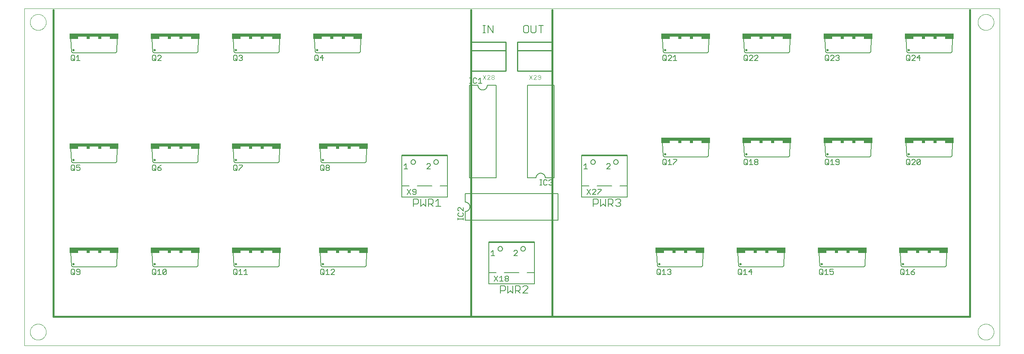
<source format=gto>
G75*
%MOIN*%
%OFA0B0*%
%FSLAX25Y25*%
%IPPOS*%
%LPD*%
%AMOC8*
5,1,8,0,0,1.08239X$1,22.5*
%
%ADD10C,0.00000*%
%ADD11C,0.01600*%
%ADD12C,0.00600*%
%ADD13C,0.00500*%
%ADD14C,0.02000*%
%ADD15R,0.42000X0.03000*%
%ADD16R,0.07500X0.02000*%
%ADD17R,0.03000X0.02000*%
%ADD18C,0.01000*%
%ADD19C,0.00400*%
D10*
X0001000Y0001000D02*
X0001000Y0292339D01*
X0841551Y0292339D01*
X0841551Y0001000D01*
X0001000Y0001000D01*
X0005921Y0012811D02*
X0005923Y0012980D01*
X0005929Y0013149D01*
X0005940Y0013318D01*
X0005954Y0013486D01*
X0005973Y0013654D01*
X0005996Y0013822D01*
X0006022Y0013989D01*
X0006053Y0014155D01*
X0006088Y0014321D01*
X0006127Y0014485D01*
X0006171Y0014649D01*
X0006218Y0014811D01*
X0006269Y0014972D01*
X0006324Y0015132D01*
X0006383Y0015291D01*
X0006445Y0015448D01*
X0006512Y0015603D01*
X0006583Y0015757D01*
X0006657Y0015909D01*
X0006735Y0016059D01*
X0006816Y0016207D01*
X0006901Y0016353D01*
X0006990Y0016497D01*
X0007082Y0016639D01*
X0007178Y0016778D01*
X0007277Y0016915D01*
X0007379Y0017050D01*
X0007485Y0017182D01*
X0007594Y0017311D01*
X0007706Y0017438D01*
X0007821Y0017562D01*
X0007939Y0017683D01*
X0008060Y0017801D01*
X0008184Y0017916D01*
X0008311Y0018028D01*
X0008440Y0018137D01*
X0008572Y0018243D01*
X0008707Y0018345D01*
X0008844Y0018444D01*
X0008983Y0018540D01*
X0009125Y0018632D01*
X0009269Y0018721D01*
X0009415Y0018806D01*
X0009563Y0018887D01*
X0009713Y0018965D01*
X0009865Y0019039D01*
X0010019Y0019110D01*
X0010174Y0019177D01*
X0010331Y0019239D01*
X0010490Y0019298D01*
X0010650Y0019353D01*
X0010811Y0019404D01*
X0010973Y0019451D01*
X0011137Y0019495D01*
X0011301Y0019534D01*
X0011467Y0019569D01*
X0011633Y0019600D01*
X0011800Y0019626D01*
X0011968Y0019649D01*
X0012136Y0019668D01*
X0012304Y0019682D01*
X0012473Y0019693D01*
X0012642Y0019699D01*
X0012811Y0019701D01*
X0012980Y0019699D01*
X0013149Y0019693D01*
X0013318Y0019682D01*
X0013486Y0019668D01*
X0013654Y0019649D01*
X0013822Y0019626D01*
X0013989Y0019600D01*
X0014155Y0019569D01*
X0014321Y0019534D01*
X0014485Y0019495D01*
X0014649Y0019451D01*
X0014811Y0019404D01*
X0014972Y0019353D01*
X0015132Y0019298D01*
X0015291Y0019239D01*
X0015448Y0019177D01*
X0015603Y0019110D01*
X0015757Y0019039D01*
X0015909Y0018965D01*
X0016059Y0018887D01*
X0016207Y0018806D01*
X0016353Y0018721D01*
X0016497Y0018632D01*
X0016639Y0018540D01*
X0016778Y0018444D01*
X0016915Y0018345D01*
X0017050Y0018243D01*
X0017182Y0018137D01*
X0017311Y0018028D01*
X0017438Y0017916D01*
X0017562Y0017801D01*
X0017683Y0017683D01*
X0017801Y0017562D01*
X0017916Y0017438D01*
X0018028Y0017311D01*
X0018137Y0017182D01*
X0018243Y0017050D01*
X0018345Y0016915D01*
X0018444Y0016778D01*
X0018540Y0016639D01*
X0018632Y0016497D01*
X0018721Y0016353D01*
X0018806Y0016207D01*
X0018887Y0016059D01*
X0018965Y0015909D01*
X0019039Y0015757D01*
X0019110Y0015603D01*
X0019177Y0015448D01*
X0019239Y0015291D01*
X0019298Y0015132D01*
X0019353Y0014972D01*
X0019404Y0014811D01*
X0019451Y0014649D01*
X0019495Y0014485D01*
X0019534Y0014321D01*
X0019569Y0014155D01*
X0019600Y0013989D01*
X0019626Y0013822D01*
X0019649Y0013654D01*
X0019668Y0013486D01*
X0019682Y0013318D01*
X0019693Y0013149D01*
X0019699Y0012980D01*
X0019701Y0012811D01*
X0019699Y0012642D01*
X0019693Y0012473D01*
X0019682Y0012304D01*
X0019668Y0012136D01*
X0019649Y0011968D01*
X0019626Y0011800D01*
X0019600Y0011633D01*
X0019569Y0011467D01*
X0019534Y0011301D01*
X0019495Y0011137D01*
X0019451Y0010973D01*
X0019404Y0010811D01*
X0019353Y0010650D01*
X0019298Y0010490D01*
X0019239Y0010331D01*
X0019177Y0010174D01*
X0019110Y0010019D01*
X0019039Y0009865D01*
X0018965Y0009713D01*
X0018887Y0009563D01*
X0018806Y0009415D01*
X0018721Y0009269D01*
X0018632Y0009125D01*
X0018540Y0008983D01*
X0018444Y0008844D01*
X0018345Y0008707D01*
X0018243Y0008572D01*
X0018137Y0008440D01*
X0018028Y0008311D01*
X0017916Y0008184D01*
X0017801Y0008060D01*
X0017683Y0007939D01*
X0017562Y0007821D01*
X0017438Y0007706D01*
X0017311Y0007594D01*
X0017182Y0007485D01*
X0017050Y0007379D01*
X0016915Y0007277D01*
X0016778Y0007178D01*
X0016639Y0007082D01*
X0016497Y0006990D01*
X0016353Y0006901D01*
X0016207Y0006816D01*
X0016059Y0006735D01*
X0015909Y0006657D01*
X0015757Y0006583D01*
X0015603Y0006512D01*
X0015448Y0006445D01*
X0015291Y0006383D01*
X0015132Y0006324D01*
X0014972Y0006269D01*
X0014811Y0006218D01*
X0014649Y0006171D01*
X0014485Y0006127D01*
X0014321Y0006088D01*
X0014155Y0006053D01*
X0013989Y0006022D01*
X0013822Y0005996D01*
X0013654Y0005973D01*
X0013486Y0005954D01*
X0013318Y0005940D01*
X0013149Y0005929D01*
X0012980Y0005923D01*
X0012811Y0005921D01*
X0012642Y0005923D01*
X0012473Y0005929D01*
X0012304Y0005940D01*
X0012136Y0005954D01*
X0011968Y0005973D01*
X0011800Y0005996D01*
X0011633Y0006022D01*
X0011467Y0006053D01*
X0011301Y0006088D01*
X0011137Y0006127D01*
X0010973Y0006171D01*
X0010811Y0006218D01*
X0010650Y0006269D01*
X0010490Y0006324D01*
X0010331Y0006383D01*
X0010174Y0006445D01*
X0010019Y0006512D01*
X0009865Y0006583D01*
X0009713Y0006657D01*
X0009563Y0006735D01*
X0009415Y0006816D01*
X0009269Y0006901D01*
X0009125Y0006990D01*
X0008983Y0007082D01*
X0008844Y0007178D01*
X0008707Y0007277D01*
X0008572Y0007379D01*
X0008440Y0007485D01*
X0008311Y0007594D01*
X0008184Y0007706D01*
X0008060Y0007821D01*
X0007939Y0007939D01*
X0007821Y0008060D01*
X0007706Y0008184D01*
X0007594Y0008311D01*
X0007485Y0008440D01*
X0007379Y0008572D01*
X0007277Y0008707D01*
X0007178Y0008844D01*
X0007082Y0008983D01*
X0006990Y0009125D01*
X0006901Y0009269D01*
X0006816Y0009415D01*
X0006735Y0009563D01*
X0006657Y0009713D01*
X0006583Y0009865D01*
X0006512Y0010019D01*
X0006445Y0010174D01*
X0006383Y0010331D01*
X0006324Y0010490D01*
X0006269Y0010650D01*
X0006218Y0010811D01*
X0006171Y0010973D01*
X0006127Y0011137D01*
X0006088Y0011301D01*
X0006053Y0011467D01*
X0006022Y0011633D01*
X0005996Y0011800D01*
X0005973Y0011968D01*
X0005954Y0012136D01*
X0005940Y0012304D01*
X0005929Y0012473D01*
X0005923Y0012642D01*
X0005921Y0012811D01*
X0005921Y0280528D02*
X0005923Y0280697D01*
X0005929Y0280866D01*
X0005940Y0281035D01*
X0005954Y0281203D01*
X0005973Y0281371D01*
X0005996Y0281539D01*
X0006022Y0281706D01*
X0006053Y0281872D01*
X0006088Y0282038D01*
X0006127Y0282202D01*
X0006171Y0282366D01*
X0006218Y0282528D01*
X0006269Y0282689D01*
X0006324Y0282849D01*
X0006383Y0283008D01*
X0006445Y0283165D01*
X0006512Y0283320D01*
X0006583Y0283474D01*
X0006657Y0283626D01*
X0006735Y0283776D01*
X0006816Y0283924D01*
X0006901Y0284070D01*
X0006990Y0284214D01*
X0007082Y0284356D01*
X0007178Y0284495D01*
X0007277Y0284632D01*
X0007379Y0284767D01*
X0007485Y0284899D01*
X0007594Y0285028D01*
X0007706Y0285155D01*
X0007821Y0285279D01*
X0007939Y0285400D01*
X0008060Y0285518D01*
X0008184Y0285633D01*
X0008311Y0285745D01*
X0008440Y0285854D01*
X0008572Y0285960D01*
X0008707Y0286062D01*
X0008844Y0286161D01*
X0008983Y0286257D01*
X0009125Y0286349D01*
X0009269Y0286438D01*
X0009415Y0286523D01*
X0009563Y0286604D01*
X0009713Y0286682D01*
X0009865Y0286756D01*
X0010019Y0286827D01*
X0010174Y0286894D01*
X0010331Y0286956D01*
X0010490Y0287015D01*
X0010650Y0287070D01*
X0010811Y0287121D01*
X0010973Y0287168D01*
X0011137Y0287212D01*
X0011301Y0287251D01*
X0011467Y0287286D01*
X0011633Y0287317D01*
X0011800Y0287343D01*
X0011968Y0287366D01*
X0012136Y0287385D01*
X0012304Y0287399D01*
X0012473Y0287410D01*
X0012642Y0287416D01*
X0012811Y0287418D01*
X0012980Y0287416D01*
X0013149Y0287410D01*
X0013318Y0287399D01*
X0013486Y0287385D01*
X0013654Y0287366D01*
X0013822Y0287343D01*
X0013989Y0287317D01*
X0014155Y0287286D01*
X0014321Y0287251D01*
X0014485Y0287212D01*
X0014649Y0287168D01*
X0014811Y0287121D01*
X0014972Y0287070D01*
X0015132Y0287015D01*
X0015291Y0286956D01*
X0015448Y0286894D01*
X0015603Y0286827D01*
X0015757Y0286756D01*
X0015909Y0286682D01*
X0016059Y0286604D01*
X0016207Y0286523D01*
X0016353Y0286438D01*
X0016497Y0286349D01*
X0016639Y0286257D01*
X0016778Y0286161D01*
X0016915Y0286062D01*
X0017050Y0285960D01*
X0017182Y0285854D01*
X0017311Y0285745D01*
X0017438Y0285633D01*
X0017562Y0285518D01*
X0017683Y0285400D01*
X0017801Y0285279D01*
X0017916Y0285155D01*
X0018028Y0285028D01*
X0018137Y0284899D01*
X0018243Y0284767D01*
X0018345Y0284632D01*
X0018444Y0284495D01*
X0018540Y0284356D01*
X0018632Y0284214D01*
X0018721Y0284070D01*
X0018806Y0283924D01*
X0018887Y0283776D01*
X0018965Y0283626D01*
X0019039Y0283474D01*
X0019110Y0283320D01*
X0019177Y0283165D01*
X0019239Y0283008D01*
X0019298Y0282849D01*
X0019353Y0282689D01*
X0019404Y0282528D01*
X0019451Y0282366D01*
X0019495Y0282202D01*
X0019534Y0282038D01*
X0019569Y0281872D01*
X0019600Y0281706D01*
X0019626Y0281539D01*
X0019649Y0281371D01*
X0019668Y0281203D01*
X0019682Y0281035D01*
X0019693Y0280866D01*
X0019699Y0280697D01*
X0019701Y0280528D01*
X0019699Y0280359D01*
X0019693Y0280190D01*
X0019682Y0280021D01*
X0019668Y0279853D01*
X0019649Y0279685D01*
X0019626Y0279517D01*
X0019600Y0279350D01*
X0019569Y0279184D01*
X0019534Y0279018D01*
X0019495Y0278854D01*
X0019451Y0278690D01*
X0019404Y0278528D01*
X0019353Y0278367D01*
X0019298Y0278207D01*
X0019239Y0278048D01*
X0019177Y0277891D01*
X0019110Y0277736D01*
X0019039Y0277582D01*
X0018965Y0277430D01*
X0018887Y0277280D01*
X0018806Y0277132D01*
X0018721Y0276986D01*
X0018632Y0276842D01*
X0018540Y0276700D01*
X0018444Y0276561D01*
X0018345Y0276424D01*
X0018243Y0276289D01*
X0018137Y0276157D01*
X0018028Y0276028D01*
X0017916Y0275901D01*
X0017801Y0275777D01*
X0017683Y0275656D01*
X0017562Y0275538D01*
X0017438Y0275423D01*
X0017311Y0275311D01*
X0017182Y0275202D01*
X0017050Y0275096D01*
X0016915Y0274994D01*
X0016778Y0274895D01*
X0016639Y0274799D01*
X0016497Y0274707D01*
X0016353Y0274618D01*
X0016207Y0274533D01*
X0016059Y0274452D01*
X0015909Y0274374D01*
X0015757Y0274300D01*
X0015603Y0274229D01*
X0015448Y0274162D01*
X0015291Y0274100D01*
X0015132Y0274041D01*
X0014972Y0273986D01*
X0014811Y0273935D01*
X0014649Y0273888D01*
X0014485Y0273844D01*
X0014321Y0273805D01*
X0014155Y0273770D01*
X0013989Y0273739D01*
X0013822Y0273713D01*
X0013654Y0273690D01*
X0013486Y0273671D01*
X0013318Y0273657D01*
X0013149Y0273646D01*
X0012980Y0273640D01*
X0012811Y0273638D01*
X0012642Y0273640D01*
X0012473Y0273646D01*
X0012304Y0273657D01*
X0012136Y0273671D01*
X0011968Y0273690D01*
X0011800Y0273713D01*
X0011633Y0273739D01*
X0011467Y0273770D01*
X0011301Y0273805D01*
X0011137Y0273844D01*
X0010973Y0273888D01*
X0010811Y0273935D01*
X0010650Y0273986D01*
X0010490Y0274041D01*
X0010331Y0274100D01*
X0010174Y0274162D01*
X0010019Y0274229D01*
X0009865Y0274300D01*
X0009713Y0274374D01*
X0009563Y0274452D01*
X0009415Y0274533D01*
X0009269Y0274618D01*
X0009125Y0274707D01*
X0008983Y0274799D01*
X0008844Y0274895D01*
X0008707Y0274994D01*
X0008572Y0275096D01*
X0008440Y0275202D01*
X0008311Y0275311D01*
X0008184Y0275423D01*
X0008060Y0275538D01*
X0007939Y0275656D01*
X0007821Y0275777D01*
X0007706Y0275901D01*
X0007594Y0276028D01*
X0007485Y0276157D01*
X0007379Y0276289D01*
X0007277Y0276424D01*
X0007178Y0276561D01*
X0007082Y0276700D01*
X0006990Y0276842D01*
X0006901Y0276986D01*
X0006816Y0277132D01*
X0006735Y0277280D01*
X0006657Y0277430D01*
X0006583Y0277582D01*
X0006512Y0277736D01*
X0006445Y0277891D01*
X0006383Y0278048D01*
X0006324Y0278207D01*
X0006269Y0278367D01*
X0006218Y0278528D01*
X0006171Y0278690D01*
X0006127Y0278854D01*
X0006088Y0279018D01*
X0006053Y0279184D01*
X0006022Y0279350D01*
X0005996Y0279517D01*
X0005973Y0279685D01*
X0005954Y0279853D01*
X0005940Y0280021D01*
X0005929Y0280190D01*
X0005923Y0280359D01*
X0005921Y0280528D01*
X0822850Y0280528D02*
X0822852Y0280697D01*
X0822858Y0280866D01*
X0822869Y0281035D01*
X0822883Y0281203D01*
X0822902Y0281371D01*
X0822925Y0281539D01*
X0822951Y0281706D01*
X0822982Y0281872D01*
X0823017Y0282038D01*
X0823056Y0282202D01*
X0823100Y0282366D01*
X0823147Y0282528D01*
X0823198Y0282689D01*
X0823253Y0282849D01*
X0823312Y0283008D01*
X0823374Y0283165D01*
X0823441Y0283320D01*
X0823512Y0283474D01*
X0823586Y0283626D01*
X0823664Y0283776D01*
X0823745Y0283924D01*
X0823830Y0284070D01*
X0823919Y0284214D01*
X0824011Y0284356D01*
X0824107Y0284495D01*
X0824206Y0284632D01*
X0824308Y0284767D01*
X0824414Y0284899D01*
X0824523Y0285028D01*
X0824635Y0285155D01*
X0824750Y0285279D01*
X0824868Y0285400D01*
X0824989Y0285518D01*
X0825113Y0285633D01*
X0825240Y0285745D01*
X0825369Y0285854D01*
X0825501Y0285960D01*
X0825636Y0286062D01*
X0825773Y0286161D01*
X0825912Y0286257D01*
X0826054Y0286349D01*
X0826198Y0286438D01*
X0826344Y0286523D01*
X0826492Y0286604D01*
X0826642Y0286682D01*
X0826794Y0286756D01*
X0826948Y0286827D01*
X0827103Y0286894D01*
X0827260Y0286956D01*
X0827419Y0287015D01*
X0827579Y0287070D01*
X0827740Y0287121D01*
X0827902Y0287168D01*
X0828066Y0287212D01*
X0828230Y0287251D01*
X0828396Y0287286D01*
X0828562Y0287317D01*
X0828729Y0287343D01*
X0828897Y0287366D01*
X0829065Y0287385D01*
X0829233Y0287399D01*
X0829402Y0287410D01*
X0829571Y0287416D01*
X0829740Y0287418D01*
X0829909Y0287416D01*
X0830078Y0287410D01*
X0830247Y0287399D01*
X0830415Y0287385D01*
X0830583Y0287366D01*
X0830751Y0287343D01*
X0830918Y0287317D01*
X0831084Y0287286D01*
X0831250Y0287251D01*
X0831414Y0287212D01*
X0831578Y0287168D01*
X0831740Y0287121D01*
X0831901Y0287070D01*
X0832061Y0287015D01*
X0832220Y0286956D01*
X0832377Y0286894D01*
X0832532Y0286827D01*
X0832686Y0286756D01*
X0832838Y0286682D01*
X0832988Y0286604D01*
X0833136Y0286523D01*
X0833282Y0286438D01*
X0833426Y0286349D01*
X0833568Y0286257D01*
X0833707Y0286161D01*
X0833844Y0286062D01*
X0833979Y0285960D01*
X0834111Y0285854D01*
X0834240Y0285745D01*
X0834367Y0285633D01*
X0834491Y0285518D01*
X0834612Y0285400D01*
X0834730Y0285279D01*
X0834845Y0285155D01*
X0834957Y0285028D01*
X0835066Y0284899D01*
X0835172Y0284767D01*
X0835274Y0284632D01*
X0835373Y0284495D01*
X0835469Y0284356D01*
X0835561Y0284214D01*
X0835650Y0284070D01*
X0835735Y0283924D01*
X0835816Y0283776D01*
X0835894Y0283626D01*
X0835968Y0283474D01*
X0836039Y0283320D01*
X0836106Y0283165D01*
X0836168Y0283008D01*
X0836227Y0282849D01*
X0836282Y0282689D01*
X0836333Y0282528D01*
X0836380Y0282366D01*
X0836424Y0282202D01*
X0836463Y0282038D01*
X0836498Y0281872D01*
X0836529Y0281706D01*
X0836555Y0281539D01*
X0836578Y0281371D01*
X0836597Y0281203D01*
X0836611Y0281035D01*
X0836622Y0280866D01*
X0836628Y0280697D01*
X0836630Y0280528D01*
X0836628Y0280359D01*
X0836622Y0280190D01*
X0836611Y0280021D01*
X0836597Y0279853D01*
X0836578Y0279685D01*
X0836555Y0279517D01*
X0836529Y0279350D01*
X0836498Y0279184D01*
X0836463Y0279018D01*
X0836424Y0278854D01*
X0836380Y0278690D01*
X0836333Y0278528D01*
X0836282Y0278367D01*
X0836227Y0278207D01*
X0836168Y0278048D01*
X0836106Y0277891D01*
X0836039Y0277736D01*
X0835968Y0277582D01*
X0835894Y0277430D01*
X0835816Y0277280D01*
X0835735Y0277132D01*
X0835650Y0276986D01*
X0835561Y0276842D01*
X0835469Y0276700D01*
X0835373Y0276561D01*
X0835274Y0276424D01*
X0835172Y0276289D01*
X0835066Y0276157D01*
X0834957Y0276028D01*
X0834845Y0275901D01*
X0834730Y0275777D01*
X0834612Y0275656D01*
X0834491Y0275538D01*
X0834367Y0275423D01*
X0834240Y0275311D01*
X0834111Y0275202D01*
X0833979Y0275096D01*
X0833844Y0274994D01*
X0833707Y0274895D01*
X0833568Y0274799D01*
X0833426Y0274707D01*
X0833282Y0274618D01*
X0833136Y0274533D01*
X0832988Y0274452D01*
X0832838Y0274374D01*
X0832686Y0274300D01*
X0832532Y0274229D01*
X0832377Y0274162D01*
X0832220Y0274100D01*
X0832061Y0274041D01*
X0831901Y0273986D01*
X0831740Y0273935D01*
X0831578Y0273888D01*
X0831414Y0273844D01*
X0831250Y0273805D01*
X0831084Y0273770D01*
X0830918Y0273739D01*
X0830751Y0273713D01*
X0830583Y0273690D01*
X0830415Y0273671D01*
X0830247Y0273657D01*
X0830078Y0273646D01*
X0829909Y0273640D01*
X0829740Y0273638D01*
X0829571Y0273640D01*
X0829402Y0273646D01*
X0829233Y0273657D01*
X0829065Y0273671D01*
X0828897Y0273690D01*
X0828729Y0273713D01*
X0828562Y0273739D01*
X0828396Y0273770D01*
X0828230Y0273805D01*
X0828066Y0273844D01*
X0827902Y0273888D01*
X0827740Y0273935D01*
X0827579Y0273986D01*
X0827419Y0274041D01*
X0827260Y0274100D01*
X0827103Y0274162D01*
X0826948Y0274229D01*
X0826794Y0274300D01*
X0826642Y0274374D01*
X0826492Y0274452D01*
X0826344Y0274533D01*
X0826198Y0274618D01*
X0826054Y0274707D01*
X0825912Y0274799D01*
X0825773Y0274895D01*
X0825636Y0274994D01*
X0825501Y0275096D01*
X0825369Y0275202D01*
X0825240Y0275311D01*
X0825113Y0275423D01*
X0824989Y0275538D01*
X0824868Y0275656D01*
X0824750Y0275777D01*
X0824635Y0275901D01*
X0824523Y0276028D01*
X0824414Y0276157D01*
X0824308Y0276289D01*
X0824206Y0276424D01*
X0824107Y0276561D01*
X0824011Y0276700D01*
X0823919Y0276842D01*
X0823830Y0276986D01*
X0823745Y0277132D01*
X0823664Y0277280D01*
X0823586Y0277430D01*
X0823512Y0277582D01*
X0823441Y0277736D01*
X0823374Y0277891D01*
X0823312Y0278048D01*
X0823253Y0278207D01*
X0823198Y0278367D01*
X0823147Y0278528D01*
X0823100Y0278690D01*
X0823056Y0278854D01*
X0823017Y0279018D01*
X0822982Y0279184D01*
X0822951Y0279350D01*
X0822925Y0279517D01*
X0822902Y0279685D01*
X0822883Y0279853D01*
X0822869Y0280021D01*
X0822858Y0280190D01*
X0822852Y0280359D01*
X0822850Y0280528D01*
X0822850Y0012811D02*
X0822852Y0012980D01*
X0822858Y0013149D01*
X0822869Y0013318D01*
X0822883Y0013486D01*
X0822902Y0013654D01*
X0822925Y0013822D01*
X0822951Y0013989D01*
X0822982Y0014155D01*
X0823017Y0014321D01*
X0823056Y0014485D01*
X0823100Y0014649D01*
X0823147Y0014811D01*
X0823198Y0014972D01*
X0823253Y0015132D01*
X0823312Y0015291D01*
X0823374Y0015448D01*
X0823441Y0015603D01*
X0823512Y0015757D01*
X0823586Y0015909D01*
X0823664Y0016059D01*
X0823745Y0016207D01*
X0823830Y0016353D01*
X0823919Y0016497D01*
X0824011Y0016639D01*
X0824107Y0016778D01*
X0824206Y0016915D01*
X0824308Y0017050D01*
X0824414Y0017182D01*
X0824523Y0017311D01*
X0824635Y0017438D01*
X0824750Y0017562D01*
X0824868Y0017683D01*
X0824989Y0017801D01*
X0825113Y0017916D01*
X0825240Y0018028D01*
X0825369Y0018137D01*
X0825501Y0018243D01*
X0825636Y0018345D01*
X0825773Y0018444D01*
X0825912Y0018540D01*
X0826054Y0018632D01*
X0826198Y0018721D01*
X0826344Y0018806D01*
X0826492Y0018887D01*
X0826642Y0018965D01*
X0826794Y0019039D01*
X0826948Y0019110D01*
X0827103Y0019177D01*
X0827260Y0019239D01*
X0827419Y0019298D01*
X0827579Y0019353D01*
X0827740Y0019404D01*
X0827902Y0019451D01*
X0828066Y0019495D01*
X0828230Y0019534D01*
X0828396Y0019569D01*
X0828562Y0019600D01*
X0828729Y0019626D01*
X0828897Y0019649D01*
X0829065Y0019668D01*
X0829233Y0019682D01*
X0829402Y0019693D01*
X0829571Y0019699D01*
X0829740Y0019701D01*
X0829909Y0019699D01*
X0830078Y0019693D01*
X0830247Y0019682D01*
X0830415Y0019668D01*
X0830583Y0019649D01*
X0830751Y0019626D01*
X0830918Y0019600D01*
X0831084Y0019569D01*
X0831250Y0019534D01*
X0831414Y0019495D01*
X0831578Y0019451D01*
X0831740Y0019404D01*
X0831901Y0019353D01*
X0832061Y0019298D01*
X0832220Y0019239D01*
X0832377Y0019177D01*
X0832532Y0019110D01*
X0832686Y0019039D01*
X0832838Y0018965D01*
X0832988Y0018887D01*
X0833136Y0018806D01*
X0833282Y0018721D01*
X0833426Y0018632D01*
X0833568Y0018540D01*
X0833707Y0018444D01*
X0833844Y0018345D01*
X0833979Y0018243D01*
X0834111Y0018137D01*
X0834240Y0018028D01*
X0834367Y0017916D01*
X0834491Y0017801D01*
X0834612Y0017683D01*
X0834730Y0017562D01*
X0834845Y0017438D01*
X0834957Y0017311D01*
X0835066Y0017182D01*
X0835172Y0017050D01*
X0835274Y0016915D01*
X0835373Y0016778D01*
X0835469Y0016639D01*
X0835561Y0016497D01*
X0835650Y0016353D01*
X0835735Y0016207D01*
X0835816Y0016059D01*
X0835894Y0015909D01*
X0835968Y0015757D01*
X0836039Y0015603D01*
X0836106Y0015448D01*
X0836168Y0015291D01*
X0836227Y0015132D01*
X0836282Y0014972D01*
X0836333Y0014811D01*
X0836380Y0014649D01*
X0836424Y0014485D01*
X0836463Y0014321D01*
X0836498Y0014155D01*
X0836529Y0013989D01*
X0836555Y0013822D01*
X0836578Y0013654D01*
X0836597Y0013486D01*
X0836611Y0013318D01*
X0836622Y0013149D01*
X0836628Y0012980D01*
X0836630Y0012811D01*
X0836628Y0012642D01*
X0836622Y0012473D01*
X0836611Y0012304D01*
X0836597Y0012136D01*
X0836578Y0011968D01*
X0836555Y0011800D01*
X0836529Y0011633D01*
X0836498Y0011467D01*
X0836463Y0011301D01*
X0836424Y0011137D01*
X0836380Y0010973D01*
X0836333Y0010811D01*
X0836282Y0010650D01*
X0836227Y0010490D01*
X0836168Y0010331D01*
X0836106Y0010174D01*
X0836039Y0010019D01*
X0835968Y0009865D01*
X0835894Y0009713D01*
X0835816Y0009563D01*
X0835735Y0009415D01*
X0835650Y0009269D01*
X0835561Y0009125D01*
X0835469Y0008983D01*
X0835373Y0008844D01*
X0835274Y0008707D01*
X0835172Y0008572D01*
X0835066Y0008440D01*
X0834957Y0008311D01*
X0834845Y0008184D01*
X0834730Y0008060D01*
X0834612Y0007939D01*
X0834491Y0007821D01*
X0834367Y0007706D01*
X0834240Y0007594D01*
X0834111Y0007485D01*
X0833979Y0007379D01*
X0833844Y0007277D01*
X0833707Y0007178D01*
X0833568Y0007082D01*
X0833426Y0006990D01*
X0833282Y0006901D01*
X0833136Y0006816D01*
X0832988Y0006735D01*
X0832838Y0006657D01*
X0832686Y0006583D01*
X0832532Y0006512D01*
X0832377Y0006445D01*
X0832220Y0006383D01*
X0832061Y0006324D01*
X0831901Y0006269D01*
X0831740Y0006218D01*
X0831578Y0006171D01*
X0831414Y0006127D01*
X0831250Y0006088D01*
X0831084Y0006053D01*
X0830918Y0006022D01*
X0830751Y0005996D01*
X0830583Y0005973D01*
X0830415Y0005954D01*
X0830247Y0005940D01*
X0830078Y0005929D01*
X0829909Y0005923D01*
X0829740Y0005921D01*
X0829571Y0005923D01*
X0829402Y0005929D01*
X0829233Y0005940D01*
X0829065Y0005954D01*
X0828897Y0005973D01*
X0828729Y0005996D01*
X0828562Y0006022D01*
X0828396Y0006053D01*
X0828230Y0006088D01*
X0828066Y0006127D01*
X0827902Y0006171D01*
X0827740Y0006218D01*
X0827579Y0006269D01*
X0827419Y0006324D01*
X0827260Y0006383D01*
X0827103Y0006445D01*
X0826948Y0006512D01*
X0826794Y0006583D01*
X0826642Y0006657D01*
X0826492Y0006735D01*
X0826344Y0006816D01*
X0826198Y0006901D01*
X0826054Y0006990D01*
X0825912Y0007082D01*
X0825773Y0007178D01*
X0825636Y0007277D01*
X0825501Y0007379D01*
X0825369Y0007485D01*
X0825240Y0007594D01*
X0825113Y0007706D01*
X0824989Y0007821D01*
X0824868Y0007939D01*
X0824750Y0008060D01*
X0824635Y0008184D01*
X0824523Y0008311D01*
X0824414Y0008440D01*
X0824308Y0008572D01*
X0824206Y0008707D01*
X0824107Y0008844D01*
X0824011Y0008983D01*
X0823919Y0009125D01*
X0823830Y0009269D01*
X0823745Y0009415D01*
X0823664Y0009563D01*
X0823586Y0009713D01*
X0823512Y0009865D01*
X0823441Y0010019D01*
X0823374Y0010174D01*
X0823312Y0010331D01*
X0823253Y0010490D01*
X0823198Y0010650D01*
X0823147Y0010811D01*
X0823100Y0010973D01*
X0823056Y0011137D01*
X0823017Y0011301D01*
X0822982Y0011467D01*
X0822951Y0011633D01*
X0822925Y0011800D01*
X0822902Y0011968D01*
X0822883Y0012136D01*
X0822869Y0012304D01*
X0822858Y0012473D01*
X0822852Y0012642D01*
X0822850Y0012811D01*
D11*
X0816000Y0026000D02*
X0456000Y0026000D01*
X0456000Y0291000D01*
X0386000Y0291000D02*
X0386000Y0026000D01*
X0026000Y0026000D01*
X0026000Y0291000D01*
X0386000Y0026000D02*
X0456000Y0026000D01*
X0816000Y0026000D02*
X0816000Y0291000D01*
D12*
X0801000Y0266500D02*
X0800500Y0255000D01*
X0799500Y0254000D01*
X0762500Y0254000D01*
X0761500Y0255000D01*
X0761000Y0266500D01*
X0731000Y0266500D02*
X0730500Y0255000D01*
X0729500Y0254000D01*
X0692500Y0254000D01*
X0691500Y0255000D01*
X0691000Y0266500D01*
X0661000Y0266500D02*
X0660500Y0255000D01*
X0659500Y0254000D01*
X0622500Y0254000D01*
X0621500Y0255000D01*
X0621000Y0266500D01*
X0591000Y0266500D02*
X0590500Y0255000D01*
X0589500Y0254000D01*
X0552500Y0254000D01*
X0551500Y0255000D01*
X0551000Y0266500D01*
X0448461Y0277705D02*
X0444191Y0277705D01*
X0446326Y0277705D02*
X0446326Y0271300D01*
X0442016Y0272368D02*
X0442016Y0277705D01*
X0437745Y0277705D02*
X0437745Y0272368D01*
X0438813Y0271300D01*
X0440948Y0271300D01*
X0442016Y0272368D01*
X0435570Y0272368D02*
X0435570Y0276638D01*
X0434503Y0277705D01*
X0432368Y0277705D01*
X0431300Y0276638D01*
X0431300Y0272368D01*
X0432368Y0271300D01*
X0434503Y0271300D01*
X0435570Y0272368D01*
X0404867Y0271300D02*
X0404867Y0277705D01*
X0400597Y0277705D02*
X0404867Y0271300D01*
X0400597Y0271300D02*
X0400597Y0277705D01*
X0398435Y0277705D02*
X0396300Y0277705D01*
X0397368Y0277705D02*
X0397368Y0271300D01*
X0398435Y0271300D02*
X0396300Y0271300D01*
X0291000Y0266500D02*
X0290500Y0255000D01*
X0289500Y0254000D01*
X0252500Y0254000D01*
X0251500Y0255000D01*
X0251000Y0266500D01*
X0221000Y0266500D02*
X0220500Y0255000D01*
X0219500Y0254000D01*
X0182500Y0254000D01*
X0181500Y0255000D01*
X0181000Y0266500D01*
X0151000Y0266500D02*
X0150500Y0255000D01*
X0149500Y0254000D01*
X0112500Y0254000D01*
X0111500Y0255000D01*
X0111000Y0266500D01*
X0081000Y0266500D02*
X0080500Y0255000D01*
X0079500Y0254000D01*
X0042500Y0254000D01*
X0041500Y0255000D01*
X0041000Y0266500D01*
X0041000Y0171500D02*
X0041500Y0160000D01*
X0042500Y0159000D01*
X0079500Y0159000D01*
X0080500Y0160000D01*
X0081000Y0171500D01*
X0111000Y0171500D02*
X0111500Y0160000D01*
X0112500Y0159000D01*
X0149500Y0159000D01*
X0150500Y0160000D01*
X0151000Y0171500D01*
X0181000Y0171500D02*
X0181500Y0160000D01*
X0182500Y0159000D01*
X0219500Y0159000D01*
X0220500Y0160000D01*
X0221000Y0171500D01*
X0256000Y0171500D02*
X0256500Y0160000D01*
X0257500Y0159000D01*
X0294500Y0159000D01*
X0295500Y0160000D01*
X0296000Y0171500D01*
X0326358Y0165701D02*
X0326358Y0164902D01*
X0365657Y0164902D01*
X0365657Y0138902D01*
X0365657Y0129500D01*
X0326358Y0129500D01*
X0326358Y0138902D01*
X0326358Y0164902D01*
X0326358Y0165701D02*
X0365657Y0165701D01*
X0365657Y0164902D01*
X0353857Y0159700D02*
X0353859Y0159789D01*
X0353865Y0159878D01*
X0353875Y0159967D01*
X0353889Y0160055D01*
X0353906Y0160142D01*
X0353928Y0160228D01*
X0353954Y0160314D01*
X0353983Y0160398D01*
X0354016Y0160481D01*
X0354052Y0160562D01*
X0354093Y0160642D01*
X0354136Y0160719D01*
X0354183Y0160795D01*
X0354234Y0160868D01*
X0354287Y0160939D01*
X0354344Y0161008D01*
X0354404Y0161074D01*
X0354467Y0161138D01*
X0354532Y0161198D01*
X0354600Y0161256D01*
X0354671Y0161310D01*
X0354744Y0161361D01*
X0354819Y0161409D01*
X0354896Y0161454D01*
X0354975Y0161495D01*
X0355056Y0161532D01*
X0355138Y0161566D01*
X0355222Y0161597D01*
X0355307Y0161623D01*
X0355393Y0161646D01*
X0355480Y0161664D01*
X0355568Y0161679D01*
X0355657Y0161690D01*
X0355746Y0161697D01*
X0355835Y0161700D01*
X0355924Y0161699D01*
X0356013Y0161694D01*
X0356101Y0161685D01*
X0356190Y0161672D01*
X0356277Y0161655D01*
X0356364Y0161635D01*
X0356450Y0161610D01*
X0356534Y0161582D01*
X0356617Y0161550D01*
X0356699Y0161514D01*
X0356779Y0161475D01*
X0356857Y0161432D01*
X0356933Y0161386D01*
X0357007Y0161336D01*
X0357079Y0161283D01*
X0357148Y0161227D01*
X0357215Y0161168D01*
X0357279Y0161106D01*
X0357340Y0161042D01*
X0357399Y0160974D01*
X0357454Y0160904D01*
X0357506Y0160832D01*
X0357555Y0160757D01*
X0357600Y0160681D01*
X0357642Y0160602D01*
X0357680Y0160522D01*
X0357715Y0160440D01*
X0357746Y0160356D01*
X0357774Y0160271D01*
X0357797Y0160185D01*
X0357817Y0160098D01*
X0357833Y0160011D01*
X0357845Y0159922D01*
X0357853Y0159834D01*
X0357857Y0159745D01*
X0357857Y0159655D01*
X0357853Y0159566D01*
X0357845Y0159478D01*
X0357833Y0159389D01*
X0357817Y0159302D01*
X0357797Y0159215D01*
X0357774Y0159129D01*
X0357746Y0159044D01*
X0357715Y0158960D01*
X0357680Y0158878D01*
X0357642Y0158798D01*
X0357600Y0158719D01*
X0357555Y0158643D01*
X0357506Y0158568D01*
X0357454Y0158496D01*
X0357399Y0158426D01*
X0357340Y0158358D01*
X0357279Y0158294D01*
X0357215Y0158232D01*
X0357148Y0158173D01*
X0357079Y0158117D01*
X0357007Y0158064D01*
X0356933Y0158014D01*
X0356857Y0157968D01*
X0356779Y0157925D01*
X0356699Y0157886D01*
X0356617Y0157850D01*
X0356534Y0157818D01*
X0356450Y0157790D01*
X0356364Y0157765D01*
X0356277Y0157745D01*
X0356190Y0157728D01*
X0356101Y0157715D01*
X0356013Y0157706D01*
X0355924Y0157701D01*
X0355835Y0157700D01*
X0355746Y0157703D01*
X0355657Y0157710D01*
X0355568Y0157721D01*
X0355480Y0157736D01*
X0355393Y0157754D01*
X0355307Y0157777D01*
X0355222Y0157803D01*
X0355138Y0157834D01*
X0355056Y0157868D01*
X0354975Y0157905D01*
X0354896Y0157946D01*
X0354819Y0157991D01*
X0354744Y0158039D01*
X0354671Y0158090D01*
X0354600Y0158144D01*
X0354532Y0158202D01*
X0354467Y0158262D01*
X0354404Y0158326D01*
X0354344Y0158392D01*
X0354287Y0158461D01*
X0354234Y0158532D01*
X0354183Y0158605D01*
X0354136Y0158681D01*
X0354093Y0158758D01*
X0354052Y0158838D01*
X0354016Y0158919D01*
X0353983Y0159002D01*
X0353954Y0159086D01*
X0353928Y0159172D01*
X0353906Y0159258D01*
X0353889Y0159345D01*
X0353875Y0159433D01*
X0353865Y0159522D01*
X0353859Y0159611D01*
X0353857Y0159700D01*
X0334157Y0159700D02*
X0334159Y0159789D01*
X0334165Y0159878D01*
X0334175Y0159967D01*
X0334189Y0160055D01*
X0334206Y0160142D01*
X0334228Y0160228D01*
X0334254Y0160314D01*
X0334283Y0160398D01*
X0334316Y0160481D01*
X0334352Y0160562D01*
X0334393Y0160642D01*
X0334436Y0160719D01*
X0334483Y0160795D01*
X0334534Y0160868D01*
X0334587Y0160939D01*
X0334644Y0161008D01*
X0334704Y0161074D01*
X0334767Y0161138D01*
X0334832Y0161198D01*
X0334900Y0161256D01*
X0334971Y0161310D01*
X0335044Y0161361D01*
X0335119Y0161409D01*
X0335196Y0161454D01*
X0335275Y0161495D01*
X0335356Y0161532D01*
X0335438Y0161566D01*
X0335522Y0161597D01*
X0335607Y0161623D01*
X0335693Y0161646D01*
X0335780Y0161664D01*
X0335868Y0161679D01*
X0335957Y0161690D01*
X0336046Y0161697D01*
X0336135Y0161700D01*
X0336224Y0161699D01*
X0336313Y0161694D01*
X0336401Y0161685D01*
X0336490Y0161672D01*
X0336577Y0161655D01*
X0336664Y0161635D01*
X0336750Y0161610D01*
X0336834Y0161582D01*
X0336917Y0161550D01*
X0336999Y0161514D01*
X0337079Y0161475D01*
X0337157Y0161432D01*
X0337233Y0161386D01*
X0337307Y0161336D01*
X0337379Y0161283D01*
X0337448Y0161227D01*
X0337515Y0161168D01*
X0337579Y0161106D01*
X0337640Y0161042D01*
X0337699Y0160974D01*
X0337754Y0160904D01*
X0337806Y0160832D01*
X0337855Y0160757D01*
X0337900Y0160681D01*
X0337942Y0160602D01*
X0337980Y0160522D01*
X0338015Y0160440D01*
X0338046Y0160356D01*
X0338074Y0160271D01*
X0338097Y0160185D01*
X0338117Y0160098D01*
X0338133Y0160011D01*
X0338145Y0159922D01*
X0338153Y0159834D01*
X0338157Y0159745D01*
X0338157Y0159655D01*
X0338153Y0159566D01*
X0338145Y0159478D01*
X0338133Y0159389D01*
X0338117Y0159302D01*
X0338097Y0159215D01*
X0338074Y0159129D01*
X0338046Y0159044D01*
X0338015Y0158960D01*
X0337980Y0158878D01*
X0337942Y0158798D01*
X0337900Y0158719D01*
X0337855Y0158643D01*
X0337806Y0158568D01*
X0337754Y0158496D01*
X0337699Y0158426D01*
X0337640Y0158358D01*
X0337579Y0158294D01*
X0337515Y0158232D01*
X0337448Y0158173D01*
X0337379Y0158117D01*
X0337307Y0158064D01*
X0337233Y0158014D01*
X0337157Y0157968D01*
X0337079Y0157925D01*
X0336999Y0157886D01*
X0336917Y0157850D01*
X0336834Y0157818D01*
X0336750Y0157790D01*
X0336664Y0157765D01*
X0336577Y0157745D01*
X0336490Y0157728D01*
X0336401Y0157715D01*
X0336313Y0157706D01*
X0336224Y0157701D01*
X0336135Y0157700D01*
X0336046Y0157703D01*
X0335957Y0157710D01*
X0335868Y0157721D01*
X0335780Y0157736D01*
X0335693Y0157754D01*
X0335607Y0157777D01*
X0335522Y0157803D01*
X0335438Y0157834D01*
X0335356Y0157868D01*
X0335275Y0157905D01*
X0335196Y0157946D01*
X0335119Y0157991D01*
X0335044Y0158039D01*
X0334971Y0158090D01*
X0334900Y0158144D01*
X0334832Y0158202D01*
X0334767Y0158262D01*
X0334704Y0158326D01*
X0334644Y0158392D01*
X0334587Y0158461D01*
X0334534Y0158532D01*
X0334483Y0158605D01*
X0334436Y0158681D01*
X0334393Y0158758D01*
X0334352Y0158838D01*
X0334316Y0158919D01*
X0334283Y0159002D01*
X0334254Y0159086D01*
X0334228Y0159172D01*
X0334206Y0159258D01*
X0334189Y0159345D01*
X0334175Y0159433D01*
X0334165Y0159522D01*
X0334159Y0159611D01*
X0334157Y0159700D01*
X0384500Y0146000D02*
X0407500Y0146000D01*
X0407500Y0226000D01*
X0400000Y0226000D01*
X0399998Y0225874D01*
X0399992Y0225749D01*
X0399982Y0225624D01*
X0399968Y0225499D01*
X0399951Y0225374D01*
X0399929Y0225250D01*
X0399904Y0225127D01*
X0399874Y0225005D01*
X0399841Y0224884D01*
X0399804Y0224764D01*
X0399764Y0224645D01*
X0399719Y0224528D01*
X0399671Y0224411D01*
X0399619Y0224297D01*
X0399564Y0224184D01*
X0399505Y0224073D01*
X0399443Y0223964D01*
X0399377Y0223857D01*
X0399308Y0223752D01*
X0399236Y0223649D01*
X0399161Y0223548D01*
X0399082Y0223450D01*
X0399000Y0223355D01*
X0398916Y0223262D01*
X0398828Y0223172D01*
X0398738Y0223084D01*
X0398645Y0223000D01*
X0398550Y0222918D01*
X0398452Y0222839D01*
X0398351Y0222764D01*
X0398248Y0222692D01*
X0398143Y0222623D01*
X0398036Y0222557D01*
X0397927Y0222495D01*
X0397816Y0222436D01*
X0397703Y0222381D01*
X0397589Y0222329D01*
X0397472Y0222281D01*
X0397355Y0222236D01*
X0397236Y0222196D01*
X0397116Y0222159D01*
X0396995Y0222126D01*
X0396873Y0222096D01*
X0396750Y0222071D01*
X0396626Y0222049D01*
X0396501Y0222032D01*
X0396376Y0222018D01*
X0396251Y0222008D01*
X0396126Y0222002D01*
X0396000Y0222000D01*
X0395874Y0222002D01*
X0395749Y0222008D01*
X0395624Y0222018D01*
X0395499Y0222032D01*
X0395374Y0222049D01*
X0395250Y0222071D01*
X0395127Y0222096D01*
X0395005Y0222126D01*
X0394884Y0222159D01*
X0394764Y0222196D01*
X0394645Y0222236D01*
X0394528Y0222281D01*
X0394411Y0222329D01*
X0394297Y0222381D01*
X0394184Y0222436D01*
X0394073Y0222495D01*
X0393964Y0222557D01*
X0393857Y0222623D01*
X0393752Y0222692D01*
X0393649Y0222764D01*
X0393548Y0222839D01*
X0393450Y0222918D01*
X0393355Y0223000D01*
X0393262Y0223084D01*
X0393172Y0223172D01*
X0393084Y0223262D01*
X0393000Y0223355D01*
X0392918Y0223450D01*
X0392839Y0223548D01*
X0392764Y0223649D01*
X0392692Y0223752D01*
X0392623Y0223857D01*
X0392557Y0223964D01*
X0392495Y0224073D01*
X0392436Y0224184D01*
X0392381Y0224297D01*
X0392329Y0224411D01*
X0392281Y0224528D01*
X0392236Y0224645D01*
X0392196Y0224764D01*
X0392159Y0224884D01*
X0392126Y0225005D01*
X0392096Y0225127D01*
X0392071Y0225250D01*
X0392049Y0225374D01*
X0392032Y0225499D01*
X0392018Y0225624D01*
X0392008Y0225749D01*
X0392002Y0225874D01*
X0392000Y0226000D01*
X0384500Y0226000D01*
X0384500Y0146000D01*
X0365657Y0138902D02*
X0359358Y0138902D01*
X0352358Y0138902D02*
X0339657Y0138902D01*
X0332657Y0138902D02*
X0326358Y0138902D01*
X0336300Y0127705D02*
X0339503Y0127705D01*
X0340570Y0126638D01*
X0340570Y0124503D01*
X0339503Y0123435D01*
X0336300Y0123435D01*
X0336300Y0121300D02*
X0336300Y0127705D01*
X0342745Y0127705D02*
X0342745Y0121300D01*
X0344881Y0123435D01*
X0347016Y0121300D01*
X0347016Y0127705D01*
X0349191Y0127705D02*
X0352394Y0127705D01*
X0353461Y0126638D01*
X0353461Y0124503D01*
X0352394Y0123435D01*
X0349191Y0123435D01*
X0349191Y0121300D02*
X0349191Y0127705D01*
X0351326Y0123435D02*
X0353461Y0121300D01*
X0355636Y0121300D02*
X0359907Y0121300D01*
X0357772Y0121300D02*
X0357772Y0127705D01*
X0355636Y0125570D01*
X0381000Y0125000D02*
X0381000Y0132500D01*
X0461000Y0132500D01*
X0461000Y0109500D01*
X0381000Y0109500D01*
X0381000Y0117000D01*
X0381126Y0117002D01*
X0381251Y0117008D01*
X0381376Y0117018D01*
X0381501Y0117032D01*
X0381626Y0117049D01*
X0381750Y0117071D01*
X0381873Y0117096D01*
X0381995Y0117126D01*
X0382116Y0117159D01*
X0382236Y0117196D01*
X0382355Y0117236D01*
X0382472Y0117281D01*
X0382589Y0117329D01*
X0382703Y0117381D01*
X0382816Y0117436D01*
X0382927Y0117495D01*
X0383036Y0117557D01*
X0383143Y0117623D01*
X0383248Y0117692D01*
X0383351Y0117764D01*
X0383452Y0117839D01*
X0383550Y0117918D01*
X0383645Y0118000D01*
X0383738Y0118084D01*
X0383828Y0118172D01*
X0383916Y0118262D01*
X0384000Y0118355D01*
X0384082Y0118450D01*
X0384161Y0118548D01*
X0384236Y0118649D01*
X0384308Y0118752D01*
X0384377Y0118857D01*
X0384443Y0118964D01*
X0384505Y0119073D01*
X0384564Y0119184D01*
X0384619Y0119297D01*
X0384671Y0119411D01*
X0384719Y0119528D01*
X0384764Y0119645D01*
X0384804Y0119764D01*
X0384841Y0119884D01*
X0384874Y0120005D01*
X0384904Y0120127D01*
X0384929Y0120250D01*
X0384951Y0120374D01*
X0384968Y0120499D01*
X0384982Y0120624D01*
X0384992Y0120749D01*
X0384998Y0120874D01*
X0385000Y0121000D01*
X0384998Y0121126D01*
X0384992Y0121251D01*
X0384982Y0121376D01*
X0384968Y0121501D01*
X0384951Y0121626D01*
X0384929Y0121750D01*
X0384904Y0121873D01*
X0384874Y0121995D01*
X0384841Y0122116D01*
X0384804Y0122236D01*
X0384764Y0122355D01*
X0384719Y0122472D01*
X0384671Y0122589D01*
X0384619Y0122703D01*
X0384564Y0122816D01*
X0384505Y0122927D01*
X0384443Y0123036D01*
X0384377Y0123143D01*
X0384308Y0123248D01*
X0384236Y0123351D01*
X0384161Y0123452D01*
X0384082Y0123550D01*
X0384000Y0123645D01*
X0383916Y0123738D01*
X0383828Y0123828D01*
X0383738Y0123916D01*
X0383645Y0124000D01*
X0383550Y0124082D01*
X0383452Y0124161D01*
X0383351Y0124236D01*
X0383248Y0124308D01*
X0383143Y0124377D01*
X0383036Y0124443D01*
X0382927Y0124505D01*
X0382816Y0124564D01*
X0382703Y0124619D01*
X0382589Y0124671D01*
X0382472Y0124719D01*
X0382355Y0124764D01*
X0382236Y0124804D01*
X0382116Y0124841D01*
X0381995Y0124874D01*
X0381873Y0124904D01*
X0381750Y0124929D01*
X0381626Y0124951D01*
X0381501Y0124968D01*
X0381376Y0124982D01*
X0381251Y0124992D01*
X0381126Y0124998D01*
X0381000Y0125000D01*
X0434500Y0146000D02*
X0442000Y0146000D01*
X0442002Y0146126D01*
X0442008Y0146251D01*
X0442018Y0146376D01*
X0442032Y0146501D01*
X0442049Y0146626D01*
X0442071Y0146750D01*
X0442096Y0146873D01*
X0442126Y0146995D01*
X0442159Y0147116D01*
X0442196Y0147236D01*
X0442236Y0147355D01*
X0442281Y0147472D01*
X0442329Y0147589D01*
X0442381Y0147703D01*
X0442436Y0147816D01*
X0442495Y0147927D01*
X0442557Y0148036D01*
X0442623Y0148143D01*
X0442692Y0148248D01*
X0442764Y0148351D01*
X0442839Y0148452D01*
X0442918Y0148550D01*
X0443000Y0148645D01*
X0443084Y0148738D01*
X0443172Y0148828D01*
X0443262Y0148916D01*
X0443355Y0149000D01*
X0443450Y0149082D01*
X0443548Y0149161D01*
X0443649Y0149236D01*
X0443752Y0149308D01*
X0443857Y0149377D01*
X0443964Y0149443D01*
X0444073Y0149505D01*
X0444184Y0149564D01*
X0444297Y0149619D01*
X0444411Y0149671D01*
X0444528Y0149719D01*
X0444645Y0149764D01*
X0444764Y0149804D01*
X0444884Y0149841D01*
X0445005Y0149874D01*
X0445127Y0149904D01*
X0445250Y0149929D01*
X0445374Y0149951D01*
X0445499Y0149968D01*
X0445624Y0149982D01*
X0445749Y0149992D01*
X0445874Y0149998D01*
X0446000Y0150000D01*
X0446126Y0149998D01*
X0446251Y0149992D01*
X0446376Y0149982D01*
X0446501Y0149968D01*
X0446626Y0149951D01*
X0446750Y0149929D01*
X0446873Y0149904D01*
X0446995Y0149874D01*
X0447116Y0149841D01*
X0447236Y0149804D01*
X0447355Y0149764D01*
X0447472Y0149719D01*
X0447589Y0149671D01*
X0447703Y0149619D01*
X0447816Y0149564D01*
X0447927Y0149505D01*
X0448036Y0149443D01*
X0448143Y0149377D01*
X0448248Y0149308D01*
X0448351Y0149236D01*
X0448452Y0149161D01*
X0448550Y0149082D01*
X0448645Y0149000D01*
X0448738Y0148916D01*
X0448828Y0148828D01*
X0448916Y0148738D01*
X0449000Y0148645D01*
X0449082Y0148550D01*
X0449161Y0148452D01*
X0449236Y0148351D01*
X0449308Y0148248D01*
X0449377Y0148143D01*
X0449443Y0148036D01*
X0449505Y0147927D01*
X0449564Y0147816D01*
X0449619Y0147703D01*
X0449671Y0147589D01*
X0449719Y0147472D01*
X0449764Y0147355D01*
X0449804Y0147236D01*
X0449841Y0147116D01*
X0449874Y0146995D01*
X0449904Y0146873D01*
X0449929Y0146750D01*
X0449951Y0146626D01*
X0449968Y0146501D01*
X0449982Y0146376D01*
X0449992Y0146251D01*
X0449998Y0146126D01*
X0450000Y0146000D01*
X0457500Y0146000D01*
X0457500Y0226000D01*
X0434500Y0226000D01*
X0434500Y0146000D01*
X0481358Y0138902D02*
X0481358Y0129500D01*
X0520657Y0129500D01*
X0520657Y0138902D01*
X0520657Y0164902D01*
X0481358Y0164902D01*
X0481358Y0165701D01*
X0520657Y0165701D01*
X0520657Y0164902D01*
X0508857Y0159700D02*
X0508859Y0159789D01*
X0508865Y0159878D01*
X0508875Y0159967D01*
X0508889Y0160055D01*
X0508906Y0160142D01*
X0508928Y0160228D01*
X0508954Y0160314D01*
X0508983Y0160398D01*
X0509016Y0160481D01*
X0509052Y0160562D01*
X0509093Y0160642D01*
X0509136Y0160719D01*
X0509183Y0160795D01*
X0509234Y0160868D01*
X0509287Y0160939D01*
X0509344Y0161008D01*
X0509404Y0161074D01*
X0509467Y0161138D01*
X0509532Y0161198D01*
X0509600Y0161256D01*
X0509671Y0161310D01*
X0509744Y0161361D01*
X0509819Y0161409D01*
X0509896Y0161454D01*
X0509975Y0161495D01*
X0510056Y0161532D01*
X0510138Y0161566D01*
X0510222Y0161597D01*
X0510307Y0161623D01*
X0510393Y0161646D01*
X0510480Y0161664D01*
X0510568Y0161679D01*
X0510657Y0161690D01*
X0510746Y0161697D01*
X0510835Y0161700D01*
X0510924Y0161699D01*
X0511013Y0161694D01*
X0511101Y0161685D01*
X0511190Y0161672D01*
X0511277Y0161655D01*
X0511364Y0161635D01*
X0511450Y0161610D01*
X0511534Y0161582D01*
X0511617Y0161550D01*
X0511699Y0161514D01*
X0511779Y0161475D01*
X0511857Y0161432D01*
X0511933Y0161386D01*
X0512007Y0161336D01*
X0512079Y0161283D01*
X0512148Y0161227D01*
X0512215Y0161168D01*
X0512279Y0161106D01*
X0512340Y0161042D01*
X0512399Y0160974D01*
X0512454Y0160904D01*
X0512506Y0160832D01*
X0512555Y0160757D01*
X0512600Y0160681D01*
X0512642Y0160602D01*
X0512680Y0160522D01*
X0512715Y0160440D01*
X0512746Y0160356D01*
X0512774Y0160271D01*
X0512797Y0160185D01*
X0512817Y0160098D01*
X0512833Y0160011D01*
X0512845Y0159922D01*
X0512853Y0159834D01*
X0512857Y0159745D01*
X0512857Y0159655D01*
X0512853Y0159566D01*
X0512845Y0159478D01*
X0512833Y0159389D01*
X0512817Y0159302D01*
X0512797Y0159215D01*
X0512774Y0159129D01*
X0512746Y0159044D01*
X0512715Y0158960D01*
X0512680Y0158878D01*
X0512642Y0158798D01*
X0512600Y0158719D01*
X0512555Y0158643D01*
X0512506Y0158568D01*
X0512454Y0158496D01*
X0512399Y0158426D01*
X0512340Y0158358D01*
X0512279Y0158294D01*
X0512215Y0158232D01*
X0512148Y0158173D01*
X0512079Y0158117D01*
X0512007Y0158064D01*
X0511933Y0158014D01*
X0511857Y0157968D01*
X0511779Y0157925D01*
X0511699Y0157886D01*
X0511617Y0157850D01*
X0511534Y0157818D01*
X0511450Y0157790D01*
X0511364Y0157765D01*
X0511277Y0157745D01*
X0511190Y0157728D01*
X0511101Y0157715D01*
X0511013Y0157706D01*
X0510924Y0157701D01*
X0510835Y0157700D01*
X0510746Y0157703D01*
X0510657Y0157710D01*
X0510568Y0157721D01*
X0510480Y0157736D01*
X0510393Y0157754D01*
X0510307Y0157777D01*
X0510222Y0157803D01*
X0510138Y0157834D01*
X0510056Y0157868D01*
X0509975Y0157905D01*
X0509896Y0157946D01*
X0509819Y0157991D01*
X0509744Y0158039D01*
X0509671Y0158090D01*
X0509600Y0158144D01*
X0509532Y0158202D01*
X0509467Y0158262D01*
X0509404Y0158326D01*
X0509344Y0158392D01*
X0509287Y0158461D01*
X0509234Y0158532D01*
X0509183Y0158605D01*
X0509136Y0158681D01*
X0509093Y0158758D01*
X0509052Y0158838D01*
X0509016Y0158919D01*
X0508983Y0159002D01*
X0508954Y0159086D01*
X0508928Y0159172D01*
X0508906Y0159258D01*
X0508889Y0159345D01*
X0508875Y0159433D01*
X0508865Y0159522D01*
X0508859Y0159611D01*
X0508857Y0159700D01*
X0489157Y0159700D02*
X0489159Y0159789D01*
X0489165Y0159878D01*
X0489175Y0159967D01*
X0489189Y0160055D01*
X0489206Y0160142D01*
X0489228Y0160228D01*
X0489254Y0160314D01*
X0489283Y0160398D01*
X0489316Y0160481D01*
X0489352Y0160562D01*
X0489393Y0160642D01*
X0489436Y0160719D01*
X0489483Y0160795D01*
X0489534Y0160868D01*
X0489587Y0160939D01*
X0489644Y0161008D01*
X0489704Y0161074D01*
X0489767Y0161138D01*
X0489832Y0161198D01*
X0489900Y0161256D01*
X0489971Y0161310D01*
X0490044Y0161361D01*
X0490119Y0161409D01*
X0490196Y0161454D01*
X0490275Y0161495D01*
X0490356Y0161532D01*
X0490438Y0161566D01*
X0490522Y0161597D01*
X0490607Y0161623D01*
X0490693Y0161646D01*
X0490780Y0161664D01*
X0490868Y0161679D01*
X0490957Y0161690D01*
X0491046Y0161697D01*
X0491135Y0161700D01*
X0491224Y0161699D01*
X0491313Y0161694D01*
X0491401Y0161685D01*
X0491490Y0161672D01*
X0491577Y0161655D01*
X0491664Y0161635D01*
X0491750Y0161610D01*
X0491834Y0161582D01*
X0491917Y0161550D01*
X0491999Y0161514D01*
X0492079Y0161475D01*
X0492157Y0161432D01*
X0492233Y0161386D01*
X0492307Y0161336D01*
X0492379Y0161283D01*
X0492448Y0161227D01*
X0492515Y0161168D01*
X0492579Y0161106D01*
X0492640Y0161042D01*
X0492699Y0160974D01*
X0492754Y0160904D01*
X0492806Y0160832D01*
X0492855Y0160757D01*
X0492900Y0160681D01*
X0492942Y0160602D01*
X0492980Y0160522D01*
X0493015Y0160440D01*
X0493046Y0160356D01*
X0493074Y0160271D01*
X0493097Y0160185D01*
X0493117Y0160098D01*
X0493133Y0160011D01*
X0493145Y0159922D01*
X0493153Y0159834D01*
X0493157Y0159745D01*
X0493157Y0159655D01*
X0493153Y0159566D01*
X0493145Y0159478D01*
X0493133Y0159389D01*
X0493117Y0159302D01*
X0493097Y0159215D01*
X0493074Y0159129D01*
X0493046Y0159044D01*
X0493015Y0158960D01*
X0492980Y0158878D01*
X0492942Y0158798D01*
X0492900Y0158719D01*
X0492855Y0158643D01*
X0492806Y0158568D01*
X0492754Y0158496D01*
X0492699Y0158426D01*
X0492640Y0158358D01*
X0492579Y0158294D01*
X0492515Y0158232D01*
X0492448Y0158173D01*
X0492379Y0158117D01*
X0492307Y0158064D01*
X0492233Y0158014D01*
X0492157Y0157968D01*
X0492079Y0157925D01*
X0491999Y0157886D01*
X0491917Y0157850D01*
X0491834Y0157818D01*
X0491750Y0157790D01*
X0491664Y0157765D01*
X0491577Y0157745D01*
X0491490Y0157728D01*
X0491401Y0157715D01*
X0491313Y0157706D01*
X0491224Y0157701D01*
X0491135Y0157700D01*
X0491046Y0157703D01*
X0490957Y0157710D01*
X0490868Y0157721D01*
X0490780Y0157736D01*
X0490693Y0157754D01*
X0490607Y0157777D01*
X0490522Y0157803D01*
X0490438Y0157834D01*
X0490356Y0157868D01*
X0490275Y0157905D01*
X0490196Y0157946D01*
X0490119Y0157991D01*
X0490044Y0158039D01*
X0489971Y0158090D01*
X0489900Y0158144D01*
X0489832Y0158202D01*
X0489767Y0158262D01*
X0489704Y0158326D01*
X0489644Y0158392D01*
X0489587Y0158461D01*
X0489534Y0158532D01*
X0489483Y0158605D01*
X0489436Y0158681D01*
X0489393Y0158758D01*
X0489352Y0158838D01*
X0489316Y0158919D01*
X0489283Y0159002D01*
X0489254Y0159086D01*
X0489228Y0159172D01*
X0489206Y0159258D01*
X0489189Y0159345D01*
X0489175Y0159433D01*
X0489165Y0159522D01*
X0489159Y0159611D01*
X0489157Y0159700D01*
X0481358Y0164902D02*
X0481358Y0138902D01*
X0487657Y0138902D01*
X0494657Y0138902D02*
X0507358Y0138902D01*
X0514358Y0138902D02*
X0520657Y0138902D01*
X0513839Y0127705D02*
X0514907Y0126638D01*
X0514907Y0125570D01*
X0513839Y0124503D01*
X0514907Y0123435D01*
X0514907Y0122368D01*
X0513839Y0121300D01*
X0511704Y0121300D01*
X0510636Y0122368D01*
X0508461Y0121300D02*
X0506326Y0123435D01*
X0507394Y0123435D02*
X0504191Y0123435D01*
X0504191Y0121300D02*
X0504191Y0127705D01*
X0507394Y0127705D01*
X0508461Y0126638D01*
X0508461Y0124503D01*
X0507394Y0123435D01*
X0510636Y0126638D02*
X0511704Y0127705D01*
X0513839Y0127705D01*
X0513839Y0124503D02*
X0512772Y0124503D01*
X0502016Y0121300D02*
X0502016Y0127705D01*
X0497745Y0127705D02*
X0497745Y0121300D01*
X0499881Y0123435D01*
X0502016Y0121300D01*
X0495570Y0124503D02*
X0494503Y0123435D01*
X0491300Y0123435D01*
X0491300Y0121300D02*
X0491300Y0127705D01*
X0494503Y0127705D01*
X0495570Y0126638D01*
X0495570Y0124503D01*
X0440657Y0090701D02*
X0401358Y0090701D01*
X0401358Y0089902D01*
X0440657Y0089902D01*
X0440657Y0063902D01*
X0440657Y0054500D01*
X0401358Y0054500D01*
X0401358Y0063902D01*
X0401358Y0089902D01*
X0409157Y0084700D02*
X0409159Y0084789D01*
X0409165Y0084878D01*
X0409175Y0084967D01*
X0409189Y0085055D01*
X0409206Y0085142D01*
X0409228Y0085228D01*
X0409254Y0085314D01*
X0409283Y0085398D01*
X0409316Y0085481D01*
X0409352Y0085562D01*
X0409393Y0085642D01*
X0409436Y0085719D01*
X0409483Y0085795D01*
X0409534Y0085868D01*
X0409587Y0085939D01*
X0409644Y0086008D01*
X0409704Y0086074D01*
X0409767Y0086138D01*
X0409832Y0086198D01*
X0409900Y0086256D01*
X0409971Y0086310D01*
X0410044Y0086361D01*
X0410119Y0086409D01*
X0410196Y0086454D01*
X0410275Y0086495D01*
X0410356Y0086532D01*
X0410438Y0086566D01*
X0410522Y0086597D01*
X0410607Y0086623D01*
X0410693Y0086646D01*
X0410780Y0086664D01*
X0410868Y0086679D01*
X0410957Y0086690D01*
X0411046Y0086697D01*
X0411135Y0086700D01*
X0411224Y0086699D01*
X0411313Y0086694D01*
X0411401Y0086685D01*
X0411490Y0086672D01*
X0411577Y0086655D01*
X0411664Y0086635D01*
X0411750Y0086610D01*
X0411834Y0086582D01*
X0411917Y0086550D01*
X0411999Y0086514D01*
X0412079Y0086475D01*
X0412157Y0086432D01*
X0412233Y0086386D01*
X0412307Y0086336D01*
X0412379Y0086283D01*
X0412448Y0086227D01*
X0412515Y0086168D01*
X0412579Y0086106D01*
X0412640Y0086042D01*
X0412699Y0085974D01*
X0412754Y0085904D01*
X0412806Y0085832D01*
X0412855Y0085757D01*
X0412900Y0085681D01*
X0412942Y0085602D01*
X0412980Y0085522D01*
X0413015Y0085440D01*
X0413046Y0085356D01*
X0413074Y0085271D01*
X0413097Y0085185D01*
X0413117Y0085098D01*
X0413133Y0085011D01*
X0413145Y0084922D01*
X0413153Y0084834D01*
X0413157Y0084745D01*
X0413157Y0084655D01*
X0413153Y0084566D01*
X0413145Y0084478D01*
X0413133Y0084389D01*
X0413117Y0084302D01*
X0413097Y0084215D01*
X0413074Y0084129D01*
X0413046Y0084044D01*
X0413015Y0083960D01*
X0412980Y0083878D01*
X0412942Y0083798D01*
X0412900Y0083719D01*
X0412855Y0083643D01*
X0412806Y0083568D01*
X0412754Y0083496D01*
X0412699Y0083426D01*
X0412640Y0083358D01*
X0412579Y0083294D01*
X0412515Y0083232D01*
X0412448Y0083173D01*
X0412379Y0083117D01*
X0412307Y0083064D01*
X0412233Y0083014D01*
X0412157Y0082968D01*
X0412079Y0082925D01*
X0411999Y0082886D01*
X0411917Y0082850D01*
X0411834Y0082818D01*
X0411750Y0082790D01*
X0411664Y0082765D01*
X0411577Y0082745D01*
X0411490Y0082728D01*
X0411401Y0082715D01*
X0411313Y0082706D01*
X0411224Y0082701D01*
X0411135Y0082700D01*
X0411046Y0082703D01*
X0410957Y0082710D01*
X0410868Y0082721D01*
X0410780Y0082736D01*
X0410693Y0082754D01*
X0410607Y0082777D01*
X0410522Y0082803D01*
X0410438Y0082834D01*
X0410356Y0082868D01*
X0410275Y0082905D01*
X0410196Y0082946D01*
X0410119Y0082991D01*
X0410044Y0083039D01*
X0409971Y0083090D01*
X0409900Y0083144D01*
X0409832Y0083202D01*
X0409767Y0083262D01*
X0409704Y0083326D01*
X0409644Y0083392D01*
X0409587Y0083461D01*
X0409534Y0083532D01*
X0409483Y0083605D01*
X0409436Y0083681D01*
X0409393Y0083758D01*
X0409352Y0083838D01*
X0409316Y0083919D01*
X0409283Y0084002D01*
X0409254Y0084086D01*
X0409228Y0084172D01*
X0409206Y0084258D01*
X0409189Y0084345D01*
X0409175Y0084433D01*
X0409165Y0084522D01*
X0409159Y0084611D01*
X0409157Y0084700D01*
X0428857Y0084700D02*
X0428859Y0084789D01*
X0428865Y0084878D01*
X0428875Y0084967D01*
X0428889Y0085055D01*
X0428906Y0085142D01*
X0428928Y0085228D01*
X0428954Y0085314D01*
X0428983Y0085398D01*
X0429016Y0085481D01*
X0429052Y0085562D01*
X0429093Y0085642D01*
X0429136Y0085719D01*
X0429183Y0085795D01*
X0429234Y0085868D01*
X0429287Y0085939D01*
X0429344Y0086008D01*
X0429404Y0086074D01*
X0429467Y0086138D01*
X0429532Y0086198D01*
X0429600Y0086256D01*
X0429671Y0086310D01*
X0429744Y0086361D01*
X0429819Y0086409D01*
X0429896Y0086454D01*
X0429975Y0086495D01*
X0430056Y0086532D01*
X0430138Y0086566D01*
X0430222Y0086597D01*
X0430307Y0086623D01*
X0430393Y0086646D01*
X0430480Y0086664D01*
X0430568Y0086679D01*
X0430657Y0086690D01*
X0430746Y0086697D01*
X0430835Y0086700D01*
X0430924Y0086699D01*
X0431013Y0086694D01*
X0431101Y0086685D01*
X0431190Y0086672D01*
X0431277Y0086655D01*
X0431364Y0086635D01*
X0431450Y0086610D01*
X0431534Y0086582D01*
X0431617Y0086550D01*
X0431699Y0086514D01*
X0431779Y0086475D01*
X0431857Y0086432D01*
X0431933Y0086386D01*
X0432007Y0086336D01*
X0432079Y0086283D01*
X0432148Y0086227D01*
X0432215Y0086168D01*
X0432279Y0086106D01*
X0432340Y0086042D01*
X0432399Y0085974D01*
X0432454Y0085904D01*
X0432506Y0085832D01*
X0432555Y0085757D01*
X0432600Y0085681D01*
X0432642Y0085602D01*
X0432680Y0085522D01*
X0432715Y0085440D01*
X0432746Y0085356D01*
X0432774Y0085271D01*
X0432797Y0085185D01*
X0432817Y0085098D01*
X0432833Y0085011D01*
X0432845Y0084922D01*
X0432853Y0084834D01*
X0432857Y0084745D01*
X0432857Y0084655D01*
X0432853Y0084566D01*
X0432845Y0084478D01*
X0432833Y0084389D01*
X0432817Y0084302D01*
X0432797Y0084215D01*
X0432774Y0084129D01*
X0432746Y0084044D01*
X0432715Y0083960D01*
X0432680Y0083878D01*
X0432642Y0083798D01*
X0432600Y0083719D01*
X0432555Y0083643D01*
X0432506Y0083568D01*
X0432454Y0083496D01*
X0432399Y0083426D01*
X0432340Y0083358D01*
X0432279Y0083294D01*
X0432215Y0083232D01*
X0432148Y0083173D01*
X0432079Y0083117D01*
X0432007Y0083064D01*
X0431933Y0083014D01*
X0431857Y0082968D01*
X0431779Y0082925D01*
X0431699Y0082886D01*
X0431617Y0082850D01*
X0431534Y0082818D01*
X0431450Y0082790D01*
X0431364Y0082765D01*
X0431277Y0082745D01*
X0431190Y0082728D01*
X0431101Y0082715D01*
X0431013Y0082706D01*
X0430924Y0082701D01*
X0430835Y0082700D01*
X0430746Y0082703D01*
X0430657Y0082710D01*
X0430568Y0082721D01*
X0430480Y0082736D01*
X0430393Y0082754D01*
X0430307Y0082777D01*
X0430222Y0082803D01*
X0430138Y0082834D01*
X0430056Y0082868D01*
X0429975Y0082905D01*
X0429896Y0082946D01*
X0429819Y0082991D01*
X0429744Y0083039D01*
X0429671Y0083090D01*
X0429600Y0083144D01*
X0429532Y0083202D01*
X0429467Y0083262D01*
X0429404Y0083326D01*
X0429344Y0083392D01*
X0429287Y0083461D01*
X0429234Y0083532D01*
X0429183Y0083605D01*
X0429136Y0083681D01*
X0429093Y0083758D01*
X0429052Y0083838D01*
X0429016Y0083919D01*
X0428983Y0084002D01*
X0428954Y0084086D01*
X0428928Y0084172D01*
X0428906Y0084258D01*
X0428889Y0084345D01*
X0428875Y0084433D01*
X0428865Y0084522D01*
X0428859Y0084611D01*
X0428857Y0084700D01*
X0440657Y0089902D02*
X0440657Y0090701D01*
X0440657Y0063902D02*
X0434358Y0063902D01*
X0427358Y0063902D02*
X0414657Y0063902D01*
X0407657Y0063902D02*
X0401358Y0063902D01*
X0411300Y0052705D02*
X0414503Y0052705D01*
X0415570Y0051638D01*
X0415570Y0049503D01*
X0414503Y0048435D01*
X0411300Y0048435D01*
X0411300Y0046300D02*
X0411300Y0052705D01*
X0417745Y0052705D02*
X0417745Y0046300D01*
X0419881Y0048435D01*
X0422016Y0046300D01*
X0422016Y0052705D01*
X0424191Y0052705D02*
X0427394Y0052705D01*
X0428461Y0051638D01*
X0428461Y0049503D01*
X0427394Y0048435D01*
X0424191Y0048435D01*
X0424191Y0046300D02*
X0424191Y0052705D01*
X0426326Y0048435D02*
X0428461Y0046300D01*
X0430636Y0046300D02*
X0434907Y0050570D01*
X0434907Y0051638D01*
X0433839Y0052705D01*
X0431704Y0052705D01*
X0430636Y0051638D01*
X0430636Y0046300D02*
X0434907Y0046300D01*
X0546500Y0070000D02*
X0546000Y0081500D01*
X0546500Y0070000D02*
X0547500Y0069000D01*
X0584500Y0069000D01*
X0585500Y0070000D01*
X0586000Y0081500D01*
X0616000Y0081500D02*
X0616500Y0070000D01*
X0617500Y0069000D01*
X0654500Y0069000D01*
X0655500Y0070000D01*
X0656000Y0081500D01*
X0686000Y0081500D02*
X0686500Y0070000D01*
X0687500Y0069000D01*
X0724500Y0069000D01*
X0725500Y0070000D01*
X0726000Y0081500D01*
X0756000Y0081500D02*
X0756500Y0070000D01*
X0757500Y0069000D01*
X0794500Y0069000D01*
X0795500Y0070000D01*
X0796000Y0081500D01*
X0799500Y0164000D02*
X0762500Y0164000D01*
X0761500Y0165000D01*
X0761000Y0176500D01*
X0731000Y0176500D02*
X0730500Y0165000D01*
X0729500Y0164000D01*
X0692500Y0164000D01*
X0691500Y0165000D01*
X0691000Y0176500D01*
X0661000Y0176500D02*
X0660500Y0165000D01*
X0659500Y0164000D01*
X0622500Y0164000D01*
X0621500Y0165000D01*
X0621000Y0176500D01*
X0591000Y0176500D02*
X0590500Y0165000D01*
X0589500Y0164000D01*
X0552500Y0164000D01*
X0551500Y0165000D01*
X0551000Y0176500D01*
X0799500Y0164000D02*
X0800500Y0165000D01*
X0801000Y0176500D01*
X0296000Y0081500D02*
X0295500Y0070000D01*
X0294500Y0069000D01*
X0257500Y0069000D01*
X0256500Y0070000D01*
X0256000Y0081500D01*
X0221000Y0081500D02*
X0220500Y0070000D01*
X0219500Y0069000D01*
X0182500Y0069000D01*
X0181500Y0070000D01*
X0181000Y0081500D01*
X0151000Y0081500D02*
X0150500Y0070000D01*
X0149500Y0069000D01*
X0112500Y0069000D01*
X0111500Y0070000D01*
X0111000Y0081500D01*
X0081000Y0081500D02*
X0080500Y0070000D01*
X0079500Y0069000D01*
X0042500Y0069000D01*
X0041500Y0070000D01*
X0041000Y0081500D01*
D13*
X0042001Y0066954D02*
X0043502Y0066954D01*
X0044253Y0066203D01*
X0044253Y0063201D01*
X0043502Y0062450D01*
X0042001Y0062450D01*
X0041250Y0063201D01*
X0041250Y0066203D01*
X0042001Y0066954D01*
X0042751Y0063951D02*
X0044253Y0062450D01*
X0045854Y0063201D02*
X0046605Y0062450D01*
X0048106Y0062450D01*
X0048856Y0063201D01*
X0048856Y0066203D01*
X0048106Y0066954D01*
X0046605Y0066954D01*
X0045854Y0066203D01*
X0045854Y0065453D01*
X0046605Y0064702D01*
X0048856Y0064702D01*
X0111250Y0063201D02*
X0112001Y0062450D01*
X0113502Y0062450D01*
X0114253Y0063201D01*
X0114253Y0066203D01*
X0113502Y0066954D01*
X0112001Y0066954D01*
X0111250Y0066203D01*
X0111250Y0063201D01*
X0112751Y0063951D02*
X0114253Y0062450D01*
X0115854Y0062450D02*
X0118856Y0062450D01*
X0117355Y0062450D02*
X0117355Y0066954D01*
X0115854Y0065453D01*
X0120458Y0066203D02*
X0120458Y0063201D01*
X0123460Y0066203D01*
X0123460Y0063201D01*
X0122710Y0062450D01*
X0121208Y0062450D01*
X0120458Y0063201D01*
X0120458Y0066203D02*
X0121208Y0066954D01*
X0122710Y0066954D01*
X0123460Y0066203D01*
X0181250Y0066203D02*
X0181250Y0063201D01*
X0182001Y0062450D01*
X0183502Y0062450D01*
X0184253Y0063201D01*
X0184253Y0066203D01*
X0183502Y0066954D01*
X0182001Y0066954D01*
X0181250Y0066203D01*
X0182751Y0063951D02*
X0184253Y0062450D01*
X0185854Y0062450D02*
X0188856Y0062450D01*
X0187355Y0062450D02*
X0187355Y0066954D01*
X0185854Y0065453D01*
X0190458Y0065453D02*
X0191959Y0066954D01*
X0191959Y0062450D01*
X0190458Y0062450D02*
X0193460Y0062450D01*
X0256250Y0063201D02*
X0257001Y0062450D01*
X0258502Y0062450D01*
X0259253Y0063201D01*
X0259253Y0066203D01*
X0258502Y0066954D01*
X0257001Y0066954D01*
X0256250Y0066203D01*
X0256250Y0063201D01*
X0257751Y0063951D02*
X0259253Y0062450D01*
X0260854Y0062450D02*
X0263856Y0062450D01*
X0262355Y0062450D02*
X0262355Y0066954D01*
X0260854Y0065453D01*
X0265458Y0066203D02*
X0266208Y0066954D01*
X0267710Y0066954D01*
X0268460Y0066203D01*
X0268460Y0065453D01*
X0265458Y0062450D01*
X0268460Y0062450D01*
X0374746Y0109750D02*
X0374746Y0111251D01*
X0374746Y0110501D02*
X0379250Y0110501D01*
X0379250Y0111251D02*
X0379250Y0109750D01*
X0378499Y0112819D02*
X0379250Y0113570D01*
X0379250Y0115071D01*
X0378499Y0115822D01*
X0379250Y0117423D02*
X0376247Y0120426D01*
X0375497Y0120426D01*
X0374746Y0119675D01*
X0374746Y0118174D01*
X0375497Y0117423D01*
X0375497Y0115822D02*
X0374746Y0115071D01*
X0374746Y0113570D01*
X0375497Y0112819D01*
X0378499Y0112819D01*
X0379250Y0117423D02*
X0379250Y0120426D01*
X0338714Y0132301D02*
X0338714Y0135303D01*
X0337963Y0136054D01*
X0336462Y0136054D01*
X0335711Y0135303D01*
X0335711Y0134553D01*
X0336462Y0133802D01*
X0338714Y0133802D01*
X0338714Y0132301D02*
X0337963Y0131550D01*
X0336462Y0131550D01*
X0335711Y0132301D01*
X0334110Y0131550D02*
X0331107Y0136054D01*
X0334110Y0136054D02*
X0331107Y0131550D01*
X0331410Y0153750D02*
X0328407Y0153750D01*
X0329909Y0153750D02*
X0329909Y0158254D01*
X0328407Y0156753D01*
X0347907Y0157503D02*
X0348658Y0158254D01*
X0350159Y0158254D01*
X0350910Y0157503D01*
X0350910Y0156753D01*
X0347907Y0153750D01*
X0350910Y0153750D01*
X0263856Y0153951D02*
X0263856Y0153201D01*
X0263106Y0152450D01*
X0261605Y0152450D01*
X0260854Y0153201D01*
X0260854Y0153951D01*
X0261605Y0154702D01*
X0263106Y0154702D01*
X0263856Y0153951D01*
X0263106Y0154702D02*
X0263856Y0155453D01*
X0263856Y0156203D01*
X0263106Y0156954D01*
X0261605Y0156954D01*
X0260854Y0156203D01*
X0260854Y0155453D01*
X0261605Y0154702D01*
X0259253Y0156203D02*
X0259253Y0153201D01*
X0258502Y0152450D01*
X0257001Y0152450D01*
X0256250Y0153201D01*
X0256250Y0156203D01*
X0257001Y0156954D01*
X0258502Y0156954D01*
X0259253Y0156203D01*
X0257751Y0153951D02*
X0259253Y0152450D01*
X0188856Y0156203D02*
X0185854Y0153201D01*
X0185854Y0152450D01*
X0184253Y0152450D02*
X0182751Y0153951D01*
X0182001Y0152450D02*
X0181250Y0153201D01*
X0181250Y0156203D01*
X0182001Y0156954D01*
X0183502Y0156954D01*
X0184253Y0156203D01*
X0184253Y0153201D01*
X0183502Y0152450D01*
X0182001Y0152450D01*
X0185854Y0156954D02*
X0188856Y0156954D01*
X0188856Y0156203D01*
X0118856Y0156954D02*
X0117355Y0156203D01*
X0115854Y0154702D01*
X0118106Y0154702D01*
X0118856Y0153951D01*
X0118856Y0153201D01*
X0118106Y0152450D01*
X0116605Y0152450D01*
X0115854Y0153201D01*
X0115854Y0154702D01*
X0114253Y0156203D02*
X0114253Y0153201D01*
X0113502Y0152450D01*
X0112001Y0152450D01*
X0111250Y0153201D01*
X0111250Y0156203D01*
X0112001Y0156954D01*
X0113502Y0156954D01*
X0114253Y0156203D01*
X0112751Y0153951D02*
X0114253Y0152450D01*
X0048856Y0153201D02*
X0048106Y0152450D01*
X0046605Y0152450D01*
X0045854Y0153201D01*
X0045854Y0154702D02*
X0047355Y0155453D01*
X0048106Y0155453D01*
X0048856Y0154702D01*
X0048856Y0153201D01*
X0045854Y0154702D02*
X0045854Y0156954D01*
X0048856Y0156954D01*
X0044253Y0156203D02*
X0044253Y0153201D01*
X0043502Y0152450D01*
X0042001Y0152450D01*
X0041250Y0153201D01*
X0041250Y0156203D01*
X0042001Y0156954D01*
X0043502Y0156954D01*
X0044253Y0156203D01*
X0042751Y0153951D02*
X0044253Y0152450D01*
X0044253Y0247450D02*
X0042751Y0248951D01*
X0042001Y0247450D02*
X0043502Y0247450D01*
X0044253Y0248201D01*
X0044253Y0251203D01*
X0043502Y0251954D01*
X0042001Y0251954D01*
X0041250Y0251203D01*
X0041250Y0248201D01*
X0042001Y0247450D01*
X0045854Y0247450D02*
X0048856Y0247450D01*
X0047355Y0247450D02*
X0047355Y0251954D01*
X0045854Y0250453D01*
X0111250Y0251203D02*
X0111250Y0248201D01*
X0112001Y0247450D01*
X0113502Y0247450D01*
X0114253Y0248201D01*
X0114253Y0251203D01*
X0113502Y0251954D01*
X0112001Y0251954D01*
X0111250Y0251203D01*
X0112751Y0248951D02*
X0114253Y0247450D01*
X0115854Y0247450D02*
X0118856Y0250453D01*
X0118856Y0251203D01*
X0118106Y0251954D01*
X0116605Y0251954D01*
X0115854Y0251203D01*
X0115854Y0247450D02*
X0118856Y0247450D01*
X0181250Y0248201D02*
X0182001Y0247450D01*
X0183502Y0247450D01*
X0184253Y0248201D01*
X0184253Y0251203D01*
X0183502Y0251954D01*
X0182001Y0251954D01*
X0181250Y0251203D01*
X0181250Y0248201D01*
X0182751Y0248951D02*
X0184253Y0247450D01*
X0185854Y0248201D02*
X0186605Y0247450D01*
X0188106Y0247450D01*
X0188856Y0248201D01*
X0188856Y0248951D01*
X0188106Y0249702D01*
X0187355Y0249702D01*
X0188106Y0249702D02*
X0188856Y0250453D01*
X0188856Y0251203D01*
X0188106Y0251954D01*
X0186605Y0251954D01*
X0185854Y0251203D01*
X0251250Y0251203D02*
X0251250Y0248201D01*
X0252001Y0247450D01*
X0253502Y0247450D01*
X0254253Y0248201D01*
X0254253Y0251203D01*
X0253502Y0251954D01*
X0252001Y0251954D01*
X0251250Y0251203D01*
X0252751Y0248951D02*
X0254253Y0247450D01*
X0255854Y0249702D02*
X0258856Y0249702D01*
X0258106Y0251954D02*
X0255854Y0249702D01*
X0258106Y0247450D02*
X0258106Y0251954D01*
X0384750Y0232254D02*
X0386251Y0232254D01*
X0385501Y0232254D02*
X0385501Y0227750D01*
X0386251Y0227750D02*
X0384750Y0227750D01*
X0387819Y0228501D02*
X0387819Y0231503D01*
X0388570Y0232254D01*
X0390071Y0232254D01*
X0390822Y0231503D01*
X0392423Y0230753D02*
X0393924Y0232254D01*
X0393924Y0227750D01*
X0392423Y0227750D02*
X0395426Y0227750D01*
X0390822Y0228501D02*
X0390071Y0227750D01*
X0388570Y0227750D01*
X0387819Y0228501D01*
X0551250Y0248201D02*
X0552001Y0247450D01*
X0553502Y0247450D01*
X0554253Y0248201D01*
X0554253Y0251203D01*
X0553502Y0251954D01*
X0552001Y0251954D01*
X0551250Y0251203D01*
X0551250Y0248201D01*
X0552751Y0248951D02*
X0554253Y0247450D01*
X0555854Y0247450D02*
X0558856Y0250453D01*
X0558856Y0251203D01*
X0558106Y0251954D01*
X0556605Y0251954D01*
X0555854Y0251203D01*
X0555854Y0247450D02*
X0558856Y0247450D01*
X0560458Y0247450D02*
X0563460Y0247450D01*
X0561959Y0247450D02*
X0561959Y0251954D01*
X0560458Y0250453D01*
X0621250Y0251203D02*
X0621250Y0248201D01*
X0622001Y0247450D01*
X0623502Y0247450D01*
X0624253Y0248201D01*
X0624253Y0251203D01*
X0623502Y0251954D01*
X0622001Y0251954D01*
X0621250Y0251203D01*
X0622751Y0248951D02*
X0624253Y0247450D01*
X0625854Y0247450D02*
X0628856Y0250453D01*
X0628856Y0251203D01*
X0628106Y0251954D01*
X0626605Y0251954D01*
X0625854Y0251203D01*
X0625854Y0247450D02*
X0628856Y0247450D01*
X0630458Y0247450D02*
X0633460Y0250453D01*
X0633460Y0251203D01*
X0632710Y0251954D01*
X0631208Y0251954D01*
X0630458Y0251203D01*
X0630458Y0247450D02*
X0633460Y0247450D01*
X0691250Y0248201D02*
X0692001Y0247450D01*
X0693502Y0247450D01*
X0694253Y0248201D01*
X0694253Y0251203D01*
X0693502Y0251954D01*
X0692001Y0251954D01*
X0691250Y0251203D01*
X0691250Y0248201D01*
X0692751Y0248951D02*
X0694253Y0247450D01*
X0695854Y0247450D02*
X0698856Y0250453D01*
X0698856Y0251203D01*
X0698106Y0251954D01*
X0696605Y0251954D01*
X0695854Y0251203D01*
X0695854Y0247450D02*
X0698856Y0247450D01*
X0700458Y0248201D02*
X0701208Y0247450D01*
X0702710Y0247450D01*
X0703460Y0248201D01*
X0703460Y0248951D01*
X0702710Y0249702D01*
X0701959Y0249702D01*
X0702710Y0249702D02*
X0703460Y0250453D01*
X0703460Y0251203D01*
X0702710Y0251954D01*
X0701208Y0251954D01*
X0700458Y0251203D01*
X0761250Y0251203D02*
X0761250Y0248201D01*
X0762001Y0247450D01*
X0763502Y0247450D01*
X0764253Y0248201D01*
X0764253Y0251203D01*
X0763502Y0251954D01*
X0762001Y0251954D01*
X0761250Y0251203D01*
X0762751Y0248951D02*
X0764253Y0247450D01*
X0765854Y0247450D02*
X0768856Y0250453D01*
X0768856Y0251203D01*
X0768106Y0251954D01*
X0766605Y0251954D01*
X0765854Y0251203D01*
X0765854Y0247450D02*
X0768856Y0247450D01*
X0770458Y0249702D02*
X0773460Y0249702D01*
X0772710Y0251954D02*
X0770458Y0249702D01*
X0772710Y0247450D02*
X0772710Y0251954D01*
X0772710Y0161954D02*
X0773460Y0161203D01*
X0770458Y0158201D01*
X0771208Y0157450D01*
X0772710Y0157450D01*
X0773460Y0158201D01*
X0773460Y0161203D01*
X0772710Y0161954D02*
X0771208Y0161954D01*
X0770458Y0161203D01*
X0770458Y0158201D01*
X0768856Y0157450D02*
X0765854Y0157450D01*
X0768856Y0160453D01*
X0768856Y0161203D01*
X0768106Y0161954D01*
X0766605Y0161954D01*
X0765854Y0161203D01*
X0764253Y0161203D02*
X0764253Y0158201D01*
X0763502Y0157450D01*
X0762001Y0157450D01*
X0761250Y0158201D01*
X0761250Y0161203D01*
X0762001Y0161954D01*
X0763502Y0161954D01*
X0764253Y0161203D01*
X0762751Y0158951D02*
X0764253Y0157450D01*
X0703460Y0158201D02*
X0703460Y0161203D01*
X0702710Y0161954D01*
X0701208Y0161954D01*
X0700458Y0161203D01*
X0700458Y0160453D01*
X0701208Y0159702D01*
X0703460Y0159702D01*
X0703460Y0158201D02*
X0702710Y0157450D01*
X0701208Y0157450D01*
X0700458Y0158201D01*
X0698856Y0157450D02*
X0695854Y0157450D01*
X0697355Y0157450D02*
X0697355Y0161954D01*
X0695854Y0160453D01*
X0694253Y0161203D02*
X0694253Y0158201D01*
X0693502Y0157450D01*
X0692001Y0157450D01*
X0691250Y0158201D01*
X0691250Y0161203D01*
X0692001Y0161954D01*
X0693502Y0161954D01*
X0694253Y0161203D01*
X0692751Y0158951D02*
X0694253Y0157450D01*
X0633460Y0158201D02*
X0632710Y0157450D01*
X0631208Y0157450D01*
X0630458Y0158201D01*
X0630458Y0158951D01*
X0631208Y0159702D01*
X0632710Y0159702D01*
X0633460Y0158951D01*
X0633460Y0158201D01*
X0632710Y0159702D02*
X0633460Y0160453D01*
X0633460Y0161203D01*
X0632710Y0161954D01*
X0631208Y0161954D01*
X0630458Y0161203D01*
X0630458Y0160453D01*
X0631208Y0159702D01*
X0628856Y0157450D02*
X0625854Y0157450D01*
X0627355Y0157450D02*
X0627355Y0161954D01*
X0625854Y0160453D01*
X0624253Y0161203D02*
X0624253Y0158201D01*
X0623502Y0157450D01*
X0622001Y0157450D01*
X0621250Y0158201D01*
X0621250Y0161203D01*
X0622001Y0161954D01*
X0623502Y0161954D01*
X0624253Y0161203D01*
X0622751Y0158951D02*
X0624253Y0157450D01*
X0563460Y0161203D02*
X0560458Y0158201D01*
X0560458Y0157450D01*
X0558856Y0157450D02*
X0555854Y0157450D01*
X0557355Y0157450D02*
X0557355Y0161954D01*
X0555854Y0160453D01*
X0554253Y0161203D02*
X0554253Y0158201D01*
X0553502Y0157450D01*
X0552001Y0157450D01*
X0551250Y0158201D01*
X0551250Y0161203D01*
X0552001Y0161954D01*
X0553502Y0161954D01*
X0554253Y0161203D01*
X0552751Y0158951D02*
X0554253Y0157450D01*
X0563460Y0161203D02*
X0563460Y0161954D01*
X0560458Y0161954D01*
X0505910Y0157503D02*
X0505159Y0158254D01*
X0503658Y0158254D01*
X0502907Y0157503D01*
X0505910Y0157503D02*
X0505910Y0156753D01*
X0502907Y0153750D01*
X0505910Y0153750D01*
X0486410Y0153750D02*
X0483407Y0153750D01*
X0484909Y0153750D02*
X0484909Y0158254D01*
X0483407Y0156753D01*
X0456149Y0143503D02*
X0455398Y0144254D01*
X0453897Y0144254D01*
X0453146Y0143503D01*
X0451545Y0143503D02*
X0450794Y0144254D01*
X0449293Y0144254D01*
X0448542Y0143503D01*
X0448542Y0140501D01*
X0449293Y0139750D01*
X0450794Y0139750D01*
X0451545Y0140501D01*
X0453146Y0140501D02*
X0453897Y0139750D01*
X0455398Y0139750D01*
X0456149Y0140501D01*
X0456149Y0141251D01*
X0455398Y0142002D01*
X0454647Y0142002D01*
X0455398Y0142002D02*
X0456149Y0142753D01*
X0456149Y0143503D01*
X0446974Y0144254D02*
X0445473Y0144254D01*
X0446223Y0144254D02*
X0446223Y0139750D01*
X0445473Y0139750D02*
X0446974Y0139750D01*
X0486107Y0136054D02*
X0489110Y0131550D01*
X0490711Y0131550D02*
X0493714Y0134553D01*
X0493714Y0135303D01*
X0492963Y0136054D01*
X0491462Y0136054D01*
X0490711Y0135303D01*
X0489110Y0136054D02*
X0486107Y0131550D01*
X0490711Y0131550D02*
X0493714Y0131550D01*
X0495315Y0131550D02*
X0495315Y0132301D01*
X0498318Y0135303D01*
X0498318Y0136054D01*
X0495315Y0136054D01*
X0425910Y0082503D02*
X0425159Y0083254D01*
X0423658Y0083254D01*
X0422907Y0082503D01*
X0425910Y0082503D02*
X0425910Y0081753D01*
X0422907Y0078750D01*
X0425910Y0078750D01*
X0406410Y0078750D02*
X0403407Y0078750D01*
X0404909Y0078750D02*
X0404909Y0083254D01*
X0403407Y0081753D01*
X0406107Y0061054D02*
X0409110Y0056550D01*
X0410711Y0056550D02*
X0413714Y0056550D01*
X0412213Y0056550D02*
X0412213Y0061054D01*
X0410711Y0059553D01*
X0409110Y0061054D02*
X0406107Y0056550D01*
X0415315Y0057301D02*
X0415315Y0058051D01*
X0416066Y0058802D01*
X0417567Y0058802D01*
X0418318Y0058051D01*
X0418318Y0057301D01*
X0417567Y0056550D01*
X0416066Y0056550D01*
X0415315Y0057301D01*
X0416066Y0058802D02*
X0415315Y0059553D01*
X0415315Y0060303D01*
X0416066Y0061054D01*
X0417567Y0061054D01*
X0418318Y0060303D01*
X0418318Y0059553D01*
X0417567Y0058802D01*
X0546250Y0063201D02*
X0547001Y0062450D01*
X0548502Y0062450D01*
X0549253Y0063201D01*
X0549253Y0066203D01*
X0548502Y0066954D01*
X0547001Y0066954D01*
X0546250Y0066203D01*
X0546250Y0063201D01*
X0547751Y0063951D02*
X0549253Y0062450D01*
X0550854Y0062450D02*
X0553856Y0062450D01*
X0552355Y0062450D02*
X0552355Y0066954D01*
X0550854Y0065453D01*
X0555458Y0066203D02*
X0556208Y0066954D01*
X0557710Y0066954D01*
X0558460Y0066203D01*
X0558460Y0065453D01*
X0557710Y0064702D01*
X0558460Y0063951D01*
X0558460Y0063201D01*
X0557710Y0062450D01*
X0556208Y0062450D01*
X0555458Y0063201D01*
X0556959Y0064702D02*
X0557710Y0064702D01*
X0616250Y0063201D02*
X0617001Y0062450D01*
X0618502Y0062450D01*
X0619253Y0063201D01*
X0619253Y0066203D01*
X0618502Y0066954D01*
X0617001Y0066954D01*
X0616250Y0066203D01*
X0616250Y0063201D01*
X0617751Y0063951D02*
X0619253Y0062450D01*
X0620854Y0062450D02*
X0623856Y0062450D01*
X0622355Y0062450D02*
X0622355Y0066954D01*
X0620854Y0065453D01*
X0625458Y0064702D02*
X0628460Y0064702D01*
X0627710Y0066954D02*
X0625458Y0064702D01*
X0627710Y0062450D02*
X0627710Y0066954D01*
X0686250Y0066203D02*
X0686250Y0063201D01*
X0687001Y0062450D01*
X0688502Y0062450D01*
X0689253Y0063201D01*
X0689253Y0066203D01*
X0688502Y0066954D01*
X0687001Y0066954D01*
X0686250Y0066203D01*
X0687751Y0063951D02*
X0689253Y0062450D01*
X0690854Y0062450D02*
X0693856Y0062450D01*
X0692355Y0062450D02*
X0692355Y0066954D01*
X0690854Y0065453D01*
X0695458Y0064702D02*
X0696959Y0065453D01*
X0697710Y0065453D01*
X0698460Y0064702D01*
X0698460Y0063201D01*
X0697710Y0062450D01*
X0696208Y0062450D01*
X0695458Y0063201D01*
X0695458Y0064702D02*
X0695458Y0066954D01*
X0698460Y0066954D01*
X0756250Y0066203D02*
X0756250Y0063201D01*
X0757001Y0062450D01*
X0758502Y0062450D01*
X0759253Y0063201D01*
X0759253Y0066203D01*
X0758502Y0066954D01*
X0757001Y0066954D01*
X0756250Y0066203D01*
X0757751Y0063951D02*
X0759253Y0062450D01*
X0760854Y0062450D02*
X0763856Y0062450D01*
X0762355Y0062450D02*
X0762355Y0066954D01*
X0760854Y0065453D01*
X0765458Y0064702D02*
X0767710Y0064702D01*
X0768460Y0063951D01*
X0768460Y0063201D01*
X0767710Y0062450D01*
X0766208Y0062450D01*
X0765458Y0063201D01*
X0765458Y0064702D01*
X0766959Y0066203D01*
X0768460Y0066954D01*
D14*
X0758300Y0071400D03*
X0688300Y0071400D03*
X0618300Y0071400D03*
X0548300Y0071400D03*
X0553300Y0166400D03*
X0623300Y0166400D03*
X0693300Y0166400D03*
X0763300Y0166400D03*
X0763300Y0256400D03*
X0693300Y0256400D03*
X0623300Y0256400D03*
X0553300Y0256400D03*
X0253300Y0256400D03*
X0183300Y0256400D03*
X0113300Y0256400D03*
X0043300Y0256400D03*
X0043300Y0161400D03*
X0113300Y0161400D03*
X0183300Y0161400D03*
X0258300Y0161400D03*
X0258300Y0071400D03*
X0183300Y0071400D03*
X0113300Y0071400D03*
X0043300Y0071400D03*
D15*
X0061000Y0084500D03*
X0131000Y0084500D03*
X0201000Y0084500D03*
X0276000Y0084500D03*
X0276000Y0174500D03*
X0201000Y0174500D03*
X0131000Y0174500D03*
X0061000Y0174500D03*
X0061000Y0269500D03*
X0131000Y0269500D03*
X0201000Y0269500D03*
X0271000Y0269500D03*
X0571000Y0269500D03*
X0641000Y0269500D03*
X0711000Y0269500D03*
X0781000Y0269500D03*
X0781000Y0179500D03*
X0711000Y0179500D03*
X0641000Y0179500D03*
X0571000Y0179500D03*
X0566000Y0084500D03*
X0636000Y0084500D03*
X0706000Y0084500D03*
X0776000Y0084500D03*
D16*
X0758750Y0082000D03*
X0793250Y0082000D03*
X0723250Y0082000D03*
X0688750Y0082000D03*
X0653250Y0082000D03*
X0618750Y0082000D03*
X0583250Y0082000D03*
X0548750Y0082000D03*
X0293250Y0082000D03*
X0258750Y0082000D03*
X0218250Y0082000D03*
X0183750Y0082000D03*
X0148250Y0082000D03*
X0113750Y0082000D03*
X0078250Y0082000D03*
X0043750Y0082000D03*
X0043750Y0172000D03*
X0078250Y0172000D03*
X0113750Y0172000D03*
X0148250Y0172000D03*
X0183750Y0172000D03*
X0218250Y0172000D03*
X0258750Y0172000D03*
X0293250Y0172000D03*
X0553750Y0177000D03*
X0588250Y0177000D03*
X0623750Y0177000D03*
X0658250Y0177000D03*
X0693750Y0177000D03*
X0728250Y0177000D03*
X0763750Y0177000D03*
X0798250Y0177000D03*
X0798250Y0267000D03*
X0763750Y0267000D03*
X0728250Y0267000D03*
X0693750Y0267000D03*
X0658250Y0267000D03*
X0623750Y0267000D03*
X0588250Y0267000D03*
X0553750Y0267000D03*
X0288250Y0267000D03*
X0253750Y0267000D03*
X0218250Y0267000D03*
X0183750Y0267000D03*
X0148250Y0267000D03*
X0113750Y0267000D03*
X0078250Y0267000D03*
X0043750Y0267000D03*
D17*
X0056000Y0267000D03*
X0066000Y0267000D03*
X0126000Y0267000D03*
X0136000Y0267000D03*
X0196000Y0267000D03*
X0206000Y0267000D03*
X0266000Y0267000D03*
X0276000Y0267000D03*
X0271000Y0172000D03*
X0281000Y0172000D03*
X0206000Y0172000D03*
X0196000Y0172000D03*
X0136000Y0172000D03*
X0126000Y0172000D03*
X0066000Y0172000D03*
X0056000Y0172000D03*
X0056000Y0082000D03*
X0066000Y0082000D03*
X0126000Y0082000D03*
X0136000Y0082000D03*
X0196000Y0082000D03*
X0206000Y0082000D03*
X0271000Y0082000D03*
X0281000Y0082000D03*
X0561000Y0082000D03*
X0571000Y0082000D03*
X0631000Y0082000D03*
X0641000Y0082000D03*
X0701000Y0082000D03*
X0711000Y0082000D03*
X0771000Y0082000D03*
X0781000Y0082000D03*
X0776000Y0177000D03*
X0786000Y0177000D03*
X0716000Y0177000D03*
X0706000Y0177000D03*
X0646000Y0177000D03*
X0636000Y0177000D03*
X0576000Y0177000D03*
X0566000Y0177000D03*
X0566000Y0267000D03*
X0576000Y0267000D03*
X0636000Y0267000D03*
X0646000Y0267000D03*
X0706000Y0267000D03*
X0716000Y0267000D03*
X0776000Y0267000D03*
X0786000Y0267000D03*
D18*
X0456000Y0263500D02*
X0456000Y0256000D01*
X0426000Y0256000D01*
X0426000Y0263500D01*
X0456000Y0263500D01*
X0456000Y0256000D02*
X0456000Y0238500D01*
X0426000Y0238500D01*
X0426000Y0256000D01*
X0416000Y0256000D02*
X0386000Y0256000D01*
X0386000Y0263500D01*
X0416000Y0263500D01*
X0416000Y0256000D01*
X0416000Y0238500D01*
X0386000Y0238500D01*
X0386000Y0256000D01*
D19*
X0396200Y0234803D02*
X0398602Y0231200D01*
X0399883Y0231200D02*
X0402285Y0233602D01*
X0402285Y0234203D01*
X0401685Y0234803D01*
X0400484Y0234803D01*
X0399883Y0234203D01*
X0398602Y0234803D02*
X0396200Y0231200D01*
X0399883Y0231200D02*
X0402285Y0231200D01*
X0403566Y0231801D02*
X0404167Y0231200D01*
X0405368Y0231200D01*
X0405968Y0231801D01*
X0405968Y0232401D01*
X0405368Y0233002D01*
X0404167Y0233002D01*
X0403566Y0233602D01*
X0403566Y0234203D01*
X0404167Y0234803D01*
X0405368Y0234803D01*
X0405968Y0234203D01*
X0405968Y0233602D01*
X0405368Y0233002D01*
X0404167Y0233002D02*
X0403566Y0232401D01*
X0403566Y0231801D01*
X0436200Y0231200D02*
X0438602Y0234803D01*
X0439883Y0234203D02*
X0440484Y0234803D01*
X0441685Y0234803D01*
X0442285Y0234203D01*
X0442285Y0233602D01*
X0439883Y0231200D01*
X0442285Y0231200D01*
X0443566Y0231801D02*
X0444167Y0231200D01*
X0445368Y0231200D01*
X0445968Y0231801D01*
X0445968Y0234203D01*
X0445368Y0234803D01*
X0444167Y0234803D01*
X0443566Y0234203D01*
X0443566Y0233602D01*
X0444167Y0233002D01*
X0445968Y0233002D01*
X0438602Y0231200D02*
X0436200Y0234803D01*
M02*

</source>
